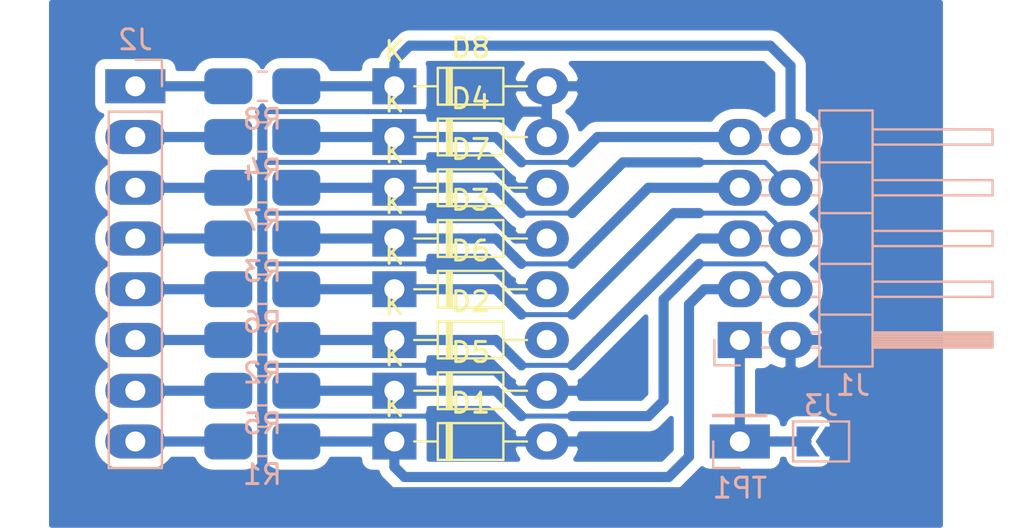
<source format=kicad_pcb>
(kicad_pcb (version 20171130) (host pcbnew "(5.1.9)-1")

  (general
    (thickness 1.6)
    (drawings 0)
    (tracks 110)
    (zones 0)
    (modules 20)
    (nets 19)
  )

  (page A4)
  (layers
    (0 F.Cu signal)
    (31 B.Cu signal)
    (32 B.Adhes user)
    (33 F.Adhes user)
    (34 B.Paste user)
    (35 F.Paste user)
    (36 B.SilkS user)
    (37 F.SilkS user)
    (38 B.Mask user)
    (39 F.Mask user)
    (40 Dwgs.User user)
    (41 Cmts.User user)
    (42 Eco1.User user)
    (43 Eco2.User user)
    (44 Edge.Cuts user)
    (45 Margin user)
    (46 B.CrtYd user)
    (47 F.CrtYd user)
    (48 B.Fab user)
    (49 F.Fab user)
  )

  (setup
    (last_trace_width 0.508)
    (user_trace_width 0.508)
    (trace_clearance 0.2)
    (zone_clearance 0.508)
    (zone_45_only no)
    (trace_min 0.2)
    (via_size 0.8)
    (via_drill 0.4)
    (via_min_size 0.4)
    (via_min_drill 0.3)
    (uvia_size 0.3)
    (uvia_drill 0.1)
    (uvias_allowed no)
    (uvia_min_size 0.2)
    (uvia_min_drill 0.1)
    (edge_width 0.1)
    (segment_width 0.2)
    (pcb_text_width 0.3)
    (pcb_text_size 1.5 1.5)
    (mod_edge_width 0.15)
    (mod_text_size 1 1)
    (mod_text_width 0.15)
    (pad_size 1.524 1.524)
    (pad_drill 0.762)
    (pad_to_mask_clearance 0)
    (aux_axis_origin 0 0)
    (visible_elements FFFFFF7F)
    (pcbplotparams
      (layerselection 0x010fc_ffffffff)
      (usegerberextensions false)
      (usegerberattributes true)
      (usegerberadvancedattributes true)
      (creategerberjobfile true)
      (excludeedgelayer true)
      (linewidth 0.100000)
      (plotframeref false)
      (viasonmask false)
      (mode 1)
      (useauxorigin false)
      (hpglpennumber 1)
      (hpglpenspeed 20)
      (hpglpendiameter 15.000000)
      (psnegative false)
      (psa4output false)
      (plotreference true)
      (plotvalue true)
      (plotinvisibletext false)
      (padsonsilk false)
      (subtractmaskfromsilk false)
      (outputformat 1)
      (mirror false)
      (drillshape 1)
      (scaleselection 1)
      (outputdirectory ""))
  )

  (net 0 "")
  (net 1 "Net-(D8-Pad1)")
  (net 2 "Net-(D1-Pad2)")
  (net 3 "Net-(J1-Pad1)")
  (net 4 "Net-(J2-Pad8)")
  (net 5 "Net-(J2-Pad7)")
  (net 6 "Net-(J2-Pad6)")
  (net 7 "Net-(J2-Pad5)")
  (net 8 "Net-(J2-Pad4)")
  (net 9 "Net-(J2-Pad3)")
  (net 10 "Net-(J2-Pad2)")
  (net 11 "Net-(J2-Pad1)")
  (net 12 "Net-(D1-Pad1)")
  (net 13 "Net-(D2-Pad1)")
  (net 14 "Net-(D3-Pad1)")
  (net 15 "Net-(D4-Pad1)")
  (net 16 "Net-(D5-Pad1)")
  (net 17 "Net-(D6-Pad1)")
  (net 18 "Net-(D7-Pad1)")

  (net_class Default "Toto je výchozí třída sítě."
    (clearance 0.2)
    (trace_width 0.25)
    (via_dia 0.8)
    (via_drill 0.4)
    (uvia_dia 0.3)
    (uvia_drill 0.1)
    (add_net "Net-(D1-Pad1)")
    (add_net "Net-(D1-Pad2)")
    (add_net "Net-(D2-Pad1)")
    (add_net "Net-(D3-Pad1)")
    (add_net "Net-(D4-Pad1)")
    (add_net "Net-(D5-Pad1)")
    (add_net "Net-(D6-Pad1)")
    (add_net "Net-(D7-Pad1)")
    (add_net "Net-(D8-Pad1)")
    (add_net "Net-(J1-Pad1)")
    (add_net "Net-(J2-Pad1)")
    (add_net "Net-(J2-Pad2)")
    (add_net "Net-(J2-Pad3)")
    (add_net "Net-(J2-Pad4)")
    (add_net "Net-(J2-Pad5)")
    (add_net "Net-(J2-Pad6)")
    (add_net "Net-(J2-Pad7)")
    (add_net "Net-(J2-Pad8)")
  )

  (module Jumper:SolderJumper-2_P1.3mm_Open_TrianglePad1.0x1.5mm (layer B.Cu) (tedit 5A64794F) (tstamp 6056F62E)
    (at 128.524 77.978 180)
    (descr "SMD Solder Jumper, 1x1.5mm Triangular Pads, 0.3mm gap, open")
    (tags "solder jumper open")
    (path /6058FD8E)
    (attr virtual)
    (fp_text reference J3 (at 0 1.8) (layer B.SilkS)
      (effects (font (size 1 1) (thickness 0.15)) (justify mirror))
    )
    (fp_text value Conn_01x02_Male (at 0 -1.9) (layer B.Fab)
      (effects (font (size 1 1) (thickness 0.15)) (justify mirror))
    )
    (fp_line (start -1.4 -1) (end -1.4 1) (layer B.SilkS) (width 0.12))
    (fp_line (start 1.4 -1) (end -1.4 -1) (layer B.SilkS) (width 0.12))
    (fp_line (start 1.4 1) (end 1.4 -1) (layer B.SilkS) (width 0.12))
    (fp_line (start -1.4 1) (end 1.4 1) (layer B.SilkS) (width 0.12))
    (fp_line (start -1.65 1.25) (end 1.65 1.25) (layer B.CrtYd) (width 0.05))
    (fp_line (start -1.65 1.25) (end -1.65 -1.25) (layer B.CrtYd) (width 0.05))
    (fp_line (start 1.65 -1.25) (end 1.65 1.25) (layer B.CrtYd) (width 0.05))
    (fp_line (start 1.65 -1.25) (end -1.65 -1.25) (layer B.CrtYd) (width 0.05))
    (pad 1 smd custom (at -0.725 0 180) (size 0.3 0.3) (layers B.Cu B.Mask)
      (net 2 "Net-(D1-Pad2)") (zone_connect 2)
      (options (clearance outline) (anchor rect))
      (primitives
        (gr_poly (pts
           (xy -0.5 0.75) (xy 0.5 0.75) (xy 1 0) (xy 0.5 -0.75) (xy -0.5 -0.75)
) (width 0))
      ))
    (pad 2 smd custom (at 0.725 0 180) (size 0.3 0.3) (layers B.Cu B.Mask)
      (net 3 "Net-(J1-Pad1)") (zone_connect 2)
      (options (clearance outline) (anchor rect))
      (primitives
        (gr_poly (pts
           (xy -0.65 0.75) (xy 0.5 0.75) (xy 0.5 -0.75) (xy -0.65 -0.75) (xy -0.15 0)
) (width 0))
      ))
  )

  (module AR_Library:AR_D_DO-34_SOD68_P7.62mm_Horizontal (layer F.Cu) (tedit 6056387F) (tstamp 6056CCB5)
    (at 107.188 60.198)
    (descr "Diode, DO-34_SOD68 series, Axial, Horizontal, pin pitch=7.62mm, , length*diameter=3.04*1.6mm^2, , https://www.nxp.com/docs/en/data-sheet/KTY83_SER.pdf")
    (tags "Diode DO-34_SOD68 series Axial Horizontal pin pitch 7.62mm  length 3.04mm diameter 1.6mm")
    (path /6057BC96)
    (fp_text reference D8 (at 3.81 -1.92) (layer F.SilkS)
      (effects (font (size 1 1) (thickness 0.15)))
    )
    (fp_text value 4,7V (at 3.81 1.92) (layer F.Fab)
      (effects (font (size 1 1) (thickness 0.15)))
    )
    (fp_text user K (at 0 -1.75) (layer F.SilkS)
      (effects (font (size 1 1) (thickness 0.15)))
    )
    (fp_text user K (at 0 -1.75) (layer F.Fab)
      (effects (font (size 1 1) (thickness 0.15)))
    )
    (fp_text user %R (at 4.038 0) (layer F.Fab)
      (effects (font (size 0.608 0.608) (thickness 0.0912)))
    )
    (fp_line (start 2.29 -0.8) (end 2.29 0.8) (layer F.Fab) (width 0.1))
    (fp_line (start 2.29 0.8) (end 5.33 0.8) (layer F.Fab) (width 0.1))
    (fp_line (start 5.33 0.8) (end 5.33 -0.8) (layer F.Fab) (width 0.1))
    (fp_line (start 5.33 -0.8) (end 2.29 -0.8) (layer F.Fab) (width 0.1))
    (fp_line (start 0 0) (end 2.29 0) (layer F.Fab) (width 0.1))
    (fp_line (start 7.62 0) (end 5.33 0) (layer F.Fab) (width 0.1))
    (fp_line (start 2.746 -0.8) (end 2.746 0.8) (layer F.Fab) (width 0.1))
    (fp_line (start 2.846 -0.8) (end 2.846 0.8) (layer F.Fab) (width 0.1))
    (fp_line (start 2.646 -0.8) (end 2.646 0.8) (layer F.Fab) (width 0.1))
    (fp_line (start 2.17 -0.92) (end 2.17 0.92) (layer F.SilkS) (width 0.12))
    (fp_line (start 2.17 0.92) (end 5.45 0.92) (layer F.SilkS) (width 0.12))
    (fp_line (start 5.45 0.92) (end 5.45 -0.92) (layer F.SilkS) (width 0.12))
    (fp_line (start 5.45 -0.92) (end 2.17 -0.92) (layer F.SilkS) (width 0.12))
    (fp_line (start 0.99 0) (end 2.17 0) (layer F.SilkS) (width 0.12))
    (fp_line (start 6.63 0) (end 5.45 0) (layer F.SilkS) (width 0.12))
    (fp_line (start 2.746 -0.92) (end 2.746 0.92) (layer F.SilkS) (width 0.12))
    (fp_line (start 2.866 -0.92) (end 2.866 0.92) (layer F.SilkS) (width 0.12))
    (fp_line (start 2.626 -0.92) (end 2.626 0.92) (layer F.SilkS) (width 0.12))
    (fp_line (start -1 -1.05) (end -1 1.05) (layer F.CrtYd) (width 0.05))
    (fp_line (start -1 1.05) (end 8.63 1.05) (layer F.CrtYd) (width 0.05))
    (fp_line (start 8.63 1.05) (end 8.63 -1.05) (layer F.CrtYd) (width 0.05))
    (fp_line (start 8.63 -1.05) (end -1 -1.05) (layer F.CrtYd) (width 0.05))
    (pad 2 thru_hole oval (at 7.62 0) (size 2.2 1.8) (drill 1) (layers *.Cu *.Mask)
      (net 2 "Net-(D1-Pad2)"))
    (pad 1 thru_hole rect (at 0 0) (size 2.2 1.8) (drill 1) (layers *.Cu *.Mask)
      (net 1 "Net-(D8-Pad1)"))
    (model ${KISYS3DMOD}/Diode_THT.3dshapes/D_DO-34_SOD68_P7.62mm_Horizontal.wrl
      (at (xyz 0 0 0))
      (scale (xyz 1 1 1))
      (rotate (xyz 0 0 0))
    )
  )

  (module AR_Library:AR_D_DO-34_SOD68_P7.62mm_Horizontal (layer F.Cu) (tedit 6056387F) (tstamp 6056CC96)
    (at 107.188 65.278)
    (descr "Diode, DO-34_SOD68 series, Axial, Horizontal, pin pitch=7.62mm, , length*diameter=3.04*1.6mm^2, , https://www.nxp.com/docs/en/data-sheet/KTY83_SER.pdf")
    (tags "Diode DO-34_SOD68 series Axial Horizontal pin pitch 7.62mm  length 3.04mm diameter 1.6mm")
    (path /6057AF2E)
    (fp_text reference D7 (at 3.81 -1.92) (layer F.SilkS)
      (effects (font (size 1 1) (thickness 0.15)))
    )
    (fp_text value 4,7V (at 3.81 1.92) (layer F.Fab)
      (effects (font (size 1 1) (thickness 0.15)))
    )
    (fp_text user K (at 0 -1.75) (layer F.SilkS)
      (effects (font (size 1 1) (thickness 0.15)))
    )
    (fp_text user K (at 0 -1.75) (layer F.Fab)
      (effects (font (size 1 1) (thickness 0.15)))
    )
    (fp_text user %R (at 4.038 0) (layer F.Fab)
      (effects (font (size 0.608 0.608) (thickness 0.0912)))
    )
    (fp_line (start 2.29 -0.8) (end 2.29 0.8) (layer F.Fab) (width 0.1))
    (fp_line (start 2.29 0.8) (end 5.33 0.8) (layer F.Fab) (width 0.1))
    (fp_line (start 5.33 0.8) (end 5.33 -0.8) (layer F.Fab) (width 0.1))
    (fp_line (start 5.33 -0.8) (end 2.29 -0.8) (layer F.Fab) (width 0.1))
    (fp_line (start 0 0) (end 2.29 0) (layer F.Fab) (width 0.1))
    (fp_line (start 7.62 0) (end 5.33 0) (layer F.Fab) (width 0.1))
    (fp_line (start 2.746 -0.8) (end 2.746 0.8) (layer F.Fab) (width 0.1))
    (fp_line (start 2.846 -0.8) (end 2.846 0.8) (layer F.Fab) (width 0.1))
    (fp_line (start 2.646 -0.8) (end 2.646 0.8) (layer F.Fab) (width 0.1))
    (fp_line (start 2.17 -0.92) (end 2.17 0.92) (layer F.SilkS) (width 0.12))
    (fp_line (start 2.17 0.92) (end 5.45 0.92) (layer F.SilkS) (width 0.12))
    (fp_line (start 5.45 0.92) (end 5.45 -0.92) (layer F.SilkS) (width 0.12))
    (fp_line (start 5.45 -0.92) (end 2.17 -0.92) (layer F.SilkS) (width 0.12))
    (fp_line (start 0.99 0) (end 2.17 0) (layer F.SilkS) (width 0.12))
    (fp_line (start 6.63 0) (end 5.45 0) (layer F.SilkS) (width 0.12))
    (fp_line (start 2.746 -0.92) (end 2.746 0.92) (layer F.SilkS) (width 0.12))
    (fp_line (start 2.866 -0.92) (end 2.866 0.92) (layer F.SilkS) (width 0.12))
    (fp_line (start 2.626 -0.92) (end 2.626 0.92) (layer F.SilkS) (width 0.12))
    (fp_line (start -1 -1.05) (end -1 1.05) (layer F.CrtYd) (width 0.05))
    (fp_line (start -1 1.05) (end 8.63 1.05) (layer F.CrtYd) (width 0.05))
    (fp_line (start 8.63 1.05) (end 8.63 -1.05) (layer F.CrtYd) (width 0.05))
    (fp_line (start 8.63 -1.05) (end -1 -1.05) (layer F.CrtYd) (width 0.05))
    (pad 2 thru_hole oval (at 7.62 0) (size 2.2 1.8) (drill 1) (layers *.Cu *.Mask)
      (net 2 "Net-(D1-Pad2)"))
    (pad 1 thru_hole rect (at 0 0) (size 2.2 1.8) (drill 1) (layers *.Cu *.Mask)
      (net 18 "Net-(D7-Pad1)"))
    (model ${KISYS3DMOD}/Diode_THT.3dshapes/D_DO-34_SOD68_P7.62mm_Horizontal.wrl
      (at (xyz 0 0 0))
      (scale (xyz 1 1 1))
      (rotate (xyz 0 0 0))
    )
  )

  (module AR_Library:AR_D_DO-34_SOD68_P7.62mm_Horizontal (layer F.Cu) (tedit 6056387F) (tstamp 6056CC77)
    (at 107.188 70.358)
    (descr "Diode, DO-34_SOD68 series, Axial, Horizontal, pin pitch=7.62mm, , length*diameter=3.04*1.6mm^2, , https://www.nxp.com/docs/en/data-sheet/KTY83_SER.pdf")
    (tags "Diode DO-34_SOD68 series Axial Horizontal pin pitch 7.62mm  length 3.04mm diameter 1.6mm")
    (path /6057A590)
    (fp_text reference D6 (at 3.81 -1.92) (layer F.SilkS)
      (effects (font (size 1 1) (thickness 0.15)))
    )
    (fp_text value 4,7V (at 3.81 1.92) (layer F.Fab)
      (effects (font (size 1 1) (thickness 0.15)))
    )
    (fp_text user K (at 0 -1.75) (layer F.SilkS)
      (effects (font (size 1 1) (thickness 0.15)))
    )
    (fp_text user K (at 0 -1.75) (layer F.Fab)
      (effects (font (size 1 1) (thickness 0.15)))
    )
    (fp_text user %R (at 4.038 0) (layer F.Fab)
      (effects (font (size 0.608 0.608) (thickness 0.0912)))
    )
    (fp_line (start 2.29 -0.8) (end 2.29 0.8) (layer F.Fab) (width 0.1))
    (fp_line (start 2.29 0.8) (end 5.33 0.8) (layer F.Fab) (width 0.1))
    (fp_line (start 5.33 0.8) (end 5.33 -0.8) (layer F.Fab) (width 0.1))
    (fp_line (start 5.33 -0.8) (end 2.29 -0.8) (layer F.Fab) (width 0.1))
    (fp_line (start 0 0) (end 2.29 0) (layer F.Fab) (width 0.1))
    (fp_line (start 7.62 0) (end 5.33 0) (layer F.Fab) (width 0.1))
    (fp_line (start 2.746 -0.8) (end 2.746 0.8) (layer F.Fab) (width 0.1))
    (fp_line (start 2.846 -0.8) (end 2.846 0.8) (layer F.Fab) (width 0.1))
    (fp_line (start 2.646 -0.8) (end 2.646 0.8) (layer F.Fab) (width 0.1))
    (fp_line (start 2.17 -0.92) (end 2.17 0.92) (layer F.SilkS) (width 0.12))
    (fp_line (start 2.17 0.92) (end 5.45 0.92) (layer F.SilkS) (width 0.12))
    (fp_line (start 5.45 0.92) (end 5.45 -0.92) (layer F.SilkS) (width 0.12))
    (fp_line (start 5.45 -0.92) (end 2.17 -0.92) (layer F.SilkS) (width 0.12))
    (fp_line (start 0.99 0) (end 2.17 0) (layer F.SilkS) (width 0.12))
    (fp_line (start 6.63 0) (end 5.45 0) (layer F.SilkS) (width 0.12))
    (fp_line (start 2.746 -0.92) (end 2.746 0.92) (layer F.SilkS) (width 0.12))
    (fp_line (start 2.866 -0.92) (end 2.866 0.92) (layer F.SilkS) (width 0.12))
    (fp_line (start 2.626 -0.92) (end 2.626 0.92) (layer F.SilkS) (width 0.12))
    (fp_line (start -1 -1.05) (end -1 1.05) (layer F.CrtYd) (width 0.05))
    (fp_line (start -1 1.05) (end 8.63 1.05) (layer F.CrtYd) (width 0.05))
    (fp_line (start 8.63 1.05) (end 8.63 -1.05) (layer F.CrtYd) (width 0.05))
    (fp_line (start 8.63 -1.05) (end -1 -1.05) (layer F.CrtYd) (width 0.05))
    (pad 2 thru_hole oval (at 7.62 0) (size 2.2 1.8) (drill 1) (layers *.Cu *.Mask)
      (net 2 "Net-(D1-Pad2)"))
    (pad 1 thru_hole rect (at 0 0) (size 2.2 1.8) (drill 1) (layers *.Cu *.Mask)
      (net 17 "Net-(D6-Pad1)"))
    (model ${KISYS3DMOD}/Diode_THT.3dshapes/D_DO-34_SOD68_P7.62mm_Horizontal.wrl
      (at (xyz 0 0 0))
      (scale (xyz 1 1 1))
      (rotate (xyz 0 0 0))
    )
  )

  (module AR_Library:AR_D_DO-34_SOD68_P7.62mm_Horizontal (layer F.Cu) (tedit 6056387F) (tstamp 6056CC58)
    (at 107.188 75.438)
    (descr "Diode, DO-34_SOD68 series, Axial, Horizontal, pin pitch=7.62mm, , length*diameter=3.04*1.6mm^2, , https://www.nxp.com/docs/en/data-sheet/KTY83_SER.pdf")
    (tags "Diode DO-34_SOD68 series Axial Horizontal pin pitch 7.62mm  length 3.04mm diameter 1.6mm")
    (path /6050E955)
    (fp_text reference D5 (at 3.81 -1.92) (layer F.SilkS)
      (effects (font (size 1 1) (thickness 0.15)))
    )
    (fp_text value 4,7V (at 3.81 1.92) (layer F.Fab)
      (effects (font (size 1 1) (thickness 0.15)))
    )
    (fp_text user K (at 0 -1.75) (layer F.SilkS)
      (effects (font (size 1 1) (thickness 0.15)))
    )
    (fp_text user K (at 0 -1.75) (layer F.Fab)
      (effects (font (size 1 1) (thickness 0.15)))
    )
    (fp_text user %R (at 4.038 0) (layer F.Fab)
      (effects (font (size 0.608 0.608) (thickness 0.0912)))
    )
    (fp_line (start 2.29 -0.8) (end 2.29 0.8) (layer F.Fab) (width 0.1))
    (fp_line (start 2.29 0.8) (end 5.33 0.8) (layer F.Fab) (width 0.1))
    (fp_line (start 5.33 0.8) (end 5.33 -0.8) (layer F.Fab) (width 0.1))
    (fp_line (start 5.33 -0.8) (end 2.29 -0.8) (layer F.Fab) (width 0.1))
    (fp_line (start 0 0) (end 2.29 0) (layer F.Fab) (width 0.1))
    (fp_line (start 7.62 0) (end 5.33 0) (layer F.Fab) (width 0.1))
    (fp_line (start 2.746 -0.8) (end 2.746 0.8) (layer F.Fab) (width 0.1))
    (fp_line (start 2.846 -0.8) (end 2.846 0.8) (layer F.Fab) (width 0.1))
    (fp_line (start 2.646 -0.8) (end 2.646 0.8) (layer F.Fab) (width 0.1))
    (fp_line (start 2.17 -0.92) (end 2.17 0.92) (layer F.SilkS) (width 0.12))
    (fp_line (start 2.17 0.92) (end 5.45 0.92) (layer F.SilkS) (width 0.12))
    (fp_line (start 5.45 0.92) (end 5.45 -0.92) (layer F.SilkS) (width 0.12))
    (fp_line (start 5.45 -0.92) (end 2.17 -0.92) (layer F.SilkS) (width 0.12))
    (fp_line (start 0.99 0) (end 2.17 0) (layer F.SilkS) (width 0.12))
    (fp_line (start 6.63 0) (end 5.45 0) (layer F.SilkS) (width 0.12))
    (fp_line (start 2.746 -0.92) (end 2.746 0.92) (layer F.SilkS) (width 0.12))
    (fp_line (start 2.866 -0.92) (end 2.866 0.92) (layer F.SilkS) (width 0.12))
    (fp_line (start 2.626 -0.92) (end 2.626 0.92) (layer F.SilkS) (width 0.12))
    (fp_line (start -1 -1.05) (end -1 1.05) (layer F.CrtYd) (width 0.05))
    (fp_line (start -1 1.05) (end 8.63 1.05) (layer F.CrtYd) (width 0.05))
    (fp_line (start 8.63 1.05) (end 8.63 -1.05) (layer F.CrtYd) (width 0.05))
    (fp_line (start 8.63 -1.05) (end -1 -1.05) (layer F.CrtYd) (width 0.05))
    (pad 2 thru_hole oval (at 7.62 0) (size 2.2 1.8) (drill 1) (layers *.Cu *.Mask)
      (net 2 "Net-(D1-Pad2)"))
    (pad 1 thru_hole rect (at 0 0) (size 2.2 1.8) (drill 1) (layers *.Cu *.Mask)
      (net 16 "Net-(D5-Pad1)"))
    (model ${KISYS3DMOD}/Diode_THT.3dshapes/D_DO-34_SOD68_P7.62mm_Horizontal.wrl
      (at (xyz 0 0 0))
      (scale (xyz 1 1 1))
      (rotate (xyz 0 0 0))
    )
  )

  (module AR_Library:AR_D_DO-34_SOD68_P7.62mm_Horizontal (layer F.Cu) (tedit 6056387F) (tstamp 6056CC39)
    (at 107.188 62.738)
    (descr "Diode, DO-34_SOD68 series, Axial, Horizontal, pin pitch=7.62mm, , length*diameter=3.04*1.6mm^2, , https://www.nxp.com/docs/en/data-sheet/KTY83_SER.pdf")
    (tags "Diode DO-34_SOD68 series Axial Horizontal pin pitch 7.62mm  length 3.04mm diameter 1.6mm")
    (path /6057E641)
    (fp_text reference D4 (at 3.81 -1.92) (layer F.SilkS)
      (effects (font (size 1 1) (thickness 0.15)))
    )
    (fp_text value 4,7V (at 3.81 1.92) (layer F.Fab)
      (effects (font (size 1 1) (thickness 0.15)))
    )
    (fp_text user K (at 0 -1.75) (layer F.SilkS)
      (effects (font (size 1 1) (thickness 0.15)))
    )
    (fp_text user K (at 0 -1.75) (layer F.Fab)
      (effects (font (size 1 1) (thickness 0.15)))
    )
    (fp_text user %R (at 4.038 0) (layer F.Fab)
      (effects (font (size 0.608 0.608) (thickness 0.0912)))
    )
    (fp_line (start 2.29 -0.8) (end 2.29 0.8) (layer F.Fab) (width 0.1))
    (fp_line (start 2.29 0.8) (end 5.33 0.8) (layer F.Fab) (width 0.1))
    (fp_line (start 5.33 0.8) (end 5.33 -0.8) (layer F.Fab) (width 0.1))
    (fp_line (start 5.33 -0.8) (end 2.29 -0.8) (layer F.Fab) (width 0.1))
    (fp_line (start 0 0) (end 2.29 0) (layer F.Fab) (width 0.1))
    (fp_line (start 7.62 0) (end 5.33 0) (layer F.Fab) (width 0.1))
    (fp_line (start 2.746 -0.8) (end 2.746 0.8) (layer F.Fab) (width 0.1))
    (fp_line (start 2.846 -0.8) (end 2.846 0.8) (layer F.Fab) (width 0.1))
    (fp_line (start 2.646 -0.8) (end 2.646 0.8) (layer F.Fab) (width 0.1))
    (fp_line (start 2.17 -0.92) (end 2.17 0.92) (layer F.SilkS) (width 0.12))
    (fp_line (start 2.17 0.92) (end 5.45 0.92) (layer F.SilkS) (width 0.12))
    (fp_line (start 5.45 0.92) (end 5.45 -0.92) (layer F.SilkS) (width 0.12))
    (fp_line (start 5.45 -0.92) (end 2.17 -0.92) (layer F.SilkS) (width 0.12))
    (fp_line (start 0.99 0) (end 2.17 0) (layer F.SilkS) (width 0.12))
    (fp_line (start 6.63 0) (end 5.45 0) (layer F.SilkS) (width 0.12))
    (fp_line (start 2.746 -0.92) (end 2.746 0.92) (layer F.SilkS) (width 0.12))
    (fp_line (start 2.866 -0.92) (end 2.866 0.92) (layer F.SilkS) (width 0.12))
    (fp_line (start 2.626 -0.92) (end 2.626 0.92) (layer F.SilkS) (width 0.12))
    (fp_line (start -1 -1.05) (end -1 1.05) (layer F.CrtYd) (width 0.05))
    (fp_line (start -1 1.05) (end 8.63 1.05) (layer F.CrtYd) (width 0.05))
    (fp_line (start 8.63 1.05) (end 8.63 -1.05) (layer F.CrtYd) (width 0.05))
    (fp_line (start 8.63 -1.05) (end -1 -1.05) (layer F.CrtYd) (width 0.05))
    (pad 2 thru_hole oval (at 7.62 0) (size 2.2 1.8) (drill 1) (layers *.Cu *.Mask)
      (net 2 "Net-(D1-Pad2)"))
    (pad 1 thru_hole rect (at 0 0) (size 2.2 1.8) (drill 1) (layers *.Cu *.Mask)
      (net 15 "Net-(D4-Pad1)"))
    (model ${KISYS3DMOD}/Diode_THT.3dshapes/D_DO-34_SOD68_P7.62mm_Horizontal.wrl
      (at (xyz 0 0 0))
      (scale (xyz 1 1 1))
      (rotate (xyz 0 0 0))
    )
  )

  (module AR_Library:AR_D_DO-34_SOD68_P7.62mm_Horizontal (layer F.Cu) (tedit 6056387F) (tstamp 6056CC1A)
    (at 107.188 67.818)
    (descr "Diode, DO-34_SOD68 series, Axial, Horizontal, pin pitch=7.62mm, , length*diameter=3.04*1.6mm^2, , https://www.nxp.com/docs/en/data-sheet/KTY83_SER.pdf")
    (tags "Diode DO-34_SOD68 series Axial Horizontal pin pitch 7.62mm  length 3.04mm diameter 1.6mm")
    (path /6057DBA8)
    (fp_text reference D3 (at 3.81 -1.92) (layer F.SilkS)
      (effects (font (size 1 1) (thickness 0.15)))
    )
    (fp_text value 4,7V (at 3.81 1.92) (layer F.Fab)
      (effects (font (size 1 1) (thickness 0.15)))
    )
    (fp_text user K (at 0 -1.75) (layer F.SilkS)
      (effects (font (size 1 1) (thickness 0.15)))
    )
    (fp_text user K (at 0 -1.75) (layer F.Fab)
      (effects (font (size 1 1) (thickness 0.15)))
    )
    (fp_text user %R (at 4.038 0) (layer F.Fab)
      (effects (font (size 0.608 0.608) (thickness 0.0912)))
    )
    (fp_line (start 2.29 -0.8) (end 2.29 0.8) (layer F.Fab) (width 0.1))
    (fp_line (start 2.29 0.8) (end 5.33 0.8) (layer F.Fab) (width 0.1))
    (fp_line (start 5.33 0.8) (end 5.33 -0.8) (layer F.Fab) (width 0.1))
    (fp_line (start 5.33 -0.8) (end 2.29 -0.8) (layer F.Fab) (width 0.1))
    (fp_line (start 0 0) (end 2.29 0) (layer F.Fab) (width 0.1))
    (fp_line (start 7.62 0) (end 5.33 0) (layer F.Fab) (width 0.1))
    (fp_line (start 2.746 -0.8) (end 2.746 0.8) (layer F.Fab) (width 0.1))
    (fp_line (start 2.846 -0.8) (end 2.846 0.8) (layer F.Fab) (width 0.1))
    (fp_line (start 2.646 -0.8) (end 2.646 0.8) (layer F.Fab) (width 0.1))
    (fp_line (start 2.17 -0.92) (end 2.17 0.92) (layer F.SilkS) (width 0.12))
    (fp_line (start 2.17 0.92) (end 5.45 0.92) (layer F.SilkS) (width 0.12))
    (fp_line (start 5.45 0.92) (end 5.45 -0.92) (layer F.SilkS) (width 0.12))
    (fp_line (start 5.45 -0.92) (end 2.17 -0.92) (layer F.SilkS) (width 0.12))
    (fp_line (start 0.99 0) (end 2.17 0) (layer F.SilkS) (width 0.12))
    (fp_line (start 6.63 0) (end 5.45 0) (layer F.SilkS) (width 0.12))
    (fp_line (start 2.746 -0.92) (end 2.746 0.92) (layer F.SilkS) (width 0.12))
    (fp_line (start 2.866 -0.92) (end 2.866 0.92) (layer F.SilkS) (width 0.12))
    (fp_line (start 2.626 -0.92) (end 2.626 0.92) (layer F.SilkS) (width 0.12))
    (fp_line (start -1 -1.05) (end -1 1.05) (layer F.CrtYd) (width 0.05))
    (fp_line (start -1 1.05) (end 8.63 1.05) (layer F.CrtYd) (width 0.05))
    (fp_line (start 8.63 1.05) (end 8.63 -1.05) (layer F.CrtYd) (width 0.05))
    (fp_line (start 8.63 -1.05) (end -1 -1.05) (layer F.CrtYd) (width 0.05))
    (pad 2 thru_hole oval (at 7.62 0) (size 2.2 1.8) (drill 1) (layers *.Cu *.Mask)
      (net 2 "Net-(D1-Pad2)"))
    (pad 1 thru_hole rect (at 0 0) (size 2.2 1.8) (drill 1) (layers *.Cu *.Mask)
      (net 14 "Net-(D3-Pad1)"))
    (model ${KISYS3DMOD}/Diode_THT.3dshapes/D_DO-34_SOD68_P7.62mm_Horizontal.wrl
      (at (xyz 0 0 0))
      (scale (xyz 1 1 1))
      (rotate (xyz 0 0 0))
    )
  )

  (module AR_Library:AR_D_DO-34_SOD68_P7.62mm_Horizontal (layer F.Cu) (tedit 6056387F) (tstamp 6056CBFB)
    (at 107.188 72.898)
    (descr "Diode, DO-34_SOD68 series, Axial, Horizontal, pin pitch=7.62mm, , length*diameter=3.04*1.6mm^2, , https://www.nxp.com/docs/en/data-sheet/KTY83_SER.pdf")
    (tags "Diode DO-34_SOD68 series Axial Horizontal pin pitch 7.62mm  length 3.04mm diameter 1.6mm")
    (path /6057CB1F)
    (fp_text reference D2 (at 3.81 -1.92) (layer F.SilkS)
      (effects (font (size 1 1) (thickness 0.15)))
    )
    (fp_text value 4,7V (at 3.81 1.92) (layer F.Fab)
      (effects (font (size 1 1) (thickness 0.15)))
    )
    (fp_text user K (at 0 -1.75) (layer F.SilkS)
      (effects (font (size 1 1) (thickness 0.15)))
    )
    (fp_text user K (at 0 -1.75) (layer F.Fab)
      (effects (font (size 1 1) (thickness 0.15)))
    )
    (fp_text user %R (at 4.038 0) (layer F.Fab)
      (effects (font (size 0.608 0.608) (thickness 0.0912)))
    )
    (fp_line (start 2.29 -0.8) (end 2.29 0.8) (layer F.Fab) (width 0.1))
    (fp_line (start 2.29 0.8) (end 5.33 0.8) (layer F.Fab) (width 0.1))
    (fp_line (start 5.33 0.8) (end 5.33 -0.8) (layer F.Fab) (width 0.1))
    (fp_line (start 5.33 -0.8) (end 2.29 -0.8) (layer F.Fab) (width 0.1))
    (fp_line (start 0 0) (end 2.29 0) (layer F.Fab) (width 0.1))
    (fp_line (start 7.62 0) (end 5.33 0) (layer F.Fab) (width 0.1))
    (fp_line (start 2.746 -0.8) (end 2.746 0.8) (layer F.Fab) (width 0.1))
    (fp_line (start 2.846 -0.8) (end 2.846 0.8) (layer F.Fab) (width 0.1))
    (fp_line (start 2.646 -0.8) (end 2.646 0.8) (layer F.Fab) (width 0.1))
    (fp_line (start 2.17 -0.92) (end 2.17 0.92) (layer F.SilkS) (width 0.12))
    (fp_line (start 2.17 0.92) (end 5.45 0.92) (layer F.SilkS) (width 0.12))
    (fp_line (start 5.45 0.92) (end 5.45 -0.92) (layer F.SilkS) (width 0.12))
    (fp_line (start 5.45 -0.92) (end 2.17 -0.92) (layer F.SilkS) (width 0.12))
    (fp_line (start 0.99 0) (end 2.17 0) (layer F.SilkS) (width 0.12))
    (fp_line (start 6.63 0) (end 5.45 0) (layer F.SilkS) (width 0.12))
    (fp_line (start 2.746 -0.92) (end 2.746 0.92) (layer F.SilkS) (width 0.12))
    (fp_line (start 2.866 -0.92) (end 2.866 0.92) (layer F.SilkS) (width 0.12))
    (fp_line (start 2.626 -0.92) (end 2.626 0.92) (layer F.SilkS) (width 0.12))
    (fp_line (start -1 -1.05) (end -1 1.05) (layer F.CrtYd) (width 0.05))
    (fp_line (start -1 1.05) (end 8.63 1.05) (layer F.CrtYd) (width 0.05))
    (fp_line (start 8.63 1.05) (end 8.63 -1.05) (layer F.CrtYd) (width 0.05))
    (fp_line (start 8.63 -1.05) (end -1 -1.05) (layer F.CrtYd) (width 0.05))
    (pad 2 thru_hole oval (at 7.62 0) (size 2.2 1.8) (drill 1) (layers *.Cu *.Mask)
      (net 2 "Net-(D1-Pad2)"))
    (pad 1 thru_hole rect (at 0 0) (size 2.2 1.8) (drill 1) (layers *.Cu *.Mask)
      (net 13 "Net-(D2-Pad1)"))
    (model ${KISYS3DMOD}/Diode_THT.3dshapes/D_DO-34_SOD68_P7.62mm_Horizontal.wrl
      (at (xyz 0 0 0))
      (scale (xyz 1 1 1))
      (rotate (xyz 0 0 0))
    )
  )

  (module AR_Library:AR_D_DO-34_SOD68_P7.62mm_Horizontal (layer F.Cu) (tedit 6056387F) (tstamp 6056CBDC)
    (at 107.188 77.978)
    (descr "Diode, DO-34_SOD68 series, Axial, Horizontal, pin pitch=7.62mm, , length*diameter=3.04*1.6mm^2, , https://www.nxp.com/docs/en/data-sheet/KTY83_SER.pdf")
    (tags "Diode DO-34_SOD68 series Axial Horizontal pin pitch 7.62mm  length 3.04mm diameter 1.6mm")
    (path /6057C642)
    (fp_text reference D1 (at 3.81 -1.92) (layer F.SilkS)
      (effects (font (size 1 1) (thickness 0.15)))
    )
    (fp_text value 4,7V (at 3.81 1.92) (layer F.Fab)
      (effects (font (size 1 1) (thickness 0.15)))
    )
    (fp_text user K (at 0 -1.75) (layer F.SilkS)
      (effects (font (size 1 1) (thickness 0.15)))
    )
    (fp_text user K (at 0 -1.75) (layer F.Fab)
      (effects (font (size 1 1) (thickness 0.15)))
    )
    (fp_text user %R (at 4.038 0) (layer F.Fab)
      (effects (font (size 0.608 0.608) (thickness 0.0912)))
    )
    (fp_line (start 2.29 -0.8) (end 2.29 0.8) (layer F.Fab) (width 0.1))
    (fp_line (start 2.29 0.8) (end 5.33 0.8) (layer F.Fab) (width 0.1))
    (fp_line (start 5.33 0.8) (end 5.33 -0.8) (layer F.Fab) (width 0.1))
    (fp_line (start 5.33 -0.8) (end 2.29 -0.8) (layer F.Fab) (width 0.1))
    (fp_line (start 0 0) (end 2.29 0) (layer F.Fab) (width 0.1))
    (fp_line (start 7.62 0) (end 5.33 0) (layer F.Fab) (width 0.1))
    (fp_line (start 2.746 -0.8) (end 2.746 0.8) (layer F.Fab) (width 0.1))
    (fp_line (start 2.846 -0.8) (end 2.846 0.8) (layer F.Fab) (width 0.1))
    (fp_line (start 2.646 -0.8) (end 2.646 0.8) (layer F.Fab) (width 0.1))
    (fp_line (start 2.17 -0.92) (end 2.17 0.92) (layer F.SilkS) (width 0.12))
    (fp_line (start 2.17 0.92) (end 5.45 0.92) (layer F.SilkS) (width 0.12))
    (fp_line (start 5.45 0.92) (end 5.45 -0.92) (layer F.SilkS) (width 0.12))
    (fp_line (start 5.45 -0.92) (end 2.17 -0.92) (layer F.SilkS) (width 0.12))
    (fp_line (start 0.99 0) (end 2.17 0) (layer F.SilkS) (width 0.12))
    (fp_line (start 6.63 0) (end 5.45 0) (layer F.SilkS) (width 0.12))
    (fp_line (start 2.746 -0.92) (end 2.746 0.92) (layer F.SilkS) (width 0.12))
    (fp_line (start 2.866 -0.92) (end 2.866 0.92) (layer F.SilkS) (width 0.12))
    (fp_line (start 2.626 -0.92) (end 2.626 0.92) (layer F.SilkS) (width 0.12))
    (fp_line (start -1 -1.05) (end -1 1.05) (layer F.CrtYd) (width 0.05))
    (fp_line (start -1 1.05) (end 8.63 1.05) (layer F.CrtYd) (width 0.05))
    (fp_line (start 8.63 1.05) (end 8.63 -1.05) (layer F.CrtYd) (width 0.05))
    (fp_line (start 8.63 -1.05) (end -1 -1.05) (layer F.CrtYd) (width 0.05))
    (pad 2 thru_hole oval (at 7.62 0) (size 2.2 1.8) (drill 1) (layers *.Cu *.Mask)
      (net 2 "Net-(D1-Pad2)"))
    (pad 1 thru_hole rect (at 0 0) (size 2.2 1.8) (drill 1) (layers *.Cu *.Mask)
      (net 12 "Net-(D1-Pad1)"))
    (model ${KISYS3DMOD}/Diode_THT.3dshapes/D_DO-34_SOD68_P7.62mm_Horizontal.wrl
      (at (xyz 0 0 0))
      (scale (xyz 1 1 1))
      (rotate (xyz 0 0 0))
    )
  )

  (module AR_Library:AR_PinHeader_1x01_P2.54mm_Vertical (layer B.Cu) (tedit 60192AC7) (tstamp 60563719)
    (at 124.46 77.978)
    (descr "Through hole straight pin header, 1x01, 2.54mm pitch, single row")
    (tags "Through hole pin header THT 1x01 2.54mm single row")
    (path /606BD50E)
    (fp_text reference TP1 (at 0 2.33) (layer B.SilkS)
      (effects (font (size 1 1) (thickness 0.15)) (justify mirror))
    )
    (fp_text value TestPoint (at 0 -2.33) (layer B.Fab)
      (effects (font (size 1 1) (thickness 0.15)) (justify mirror))
    )
    (fp_text user %R (at 0 0 -90) (layer B.Fab)
      (effects (font (size 1 1) (thickness 0.15)) (justify mirror))
    )
    (fp_line (start 1.8 1.8) (end -1.8 1.8) (layer B.CrtYd) (width 0.05))
    (fp_line (start 1.8 -1.8) (end 1.8 1.8) (layer B.CrtYd) (width 0.05))
    (fp_line (start -1.8 -1.8) (end 1.8 -1.8) (layer B.CrtYd) (width 0.05))
    (fp_line (start -1.8 1.8) (end -1.8 -1.8) (layer B.CrtYd) (width 0.05))
    (fp_line (start -1.33 1.33) (end 0 1.33) (layer B.SilkS) (width 0.12))
    (fp_line (start -1.33 0) (end -1.33 1.33) (layer B.SilkS) (width 0.12))
    (fp_line (start -1.33 -1.27) (end 1.33 -1.27) (layer B.SilkS) (width 0.12))
    (fp_line (start 1.33 -1.27) (end 1.33 -1.33) (layer B.SilkS) (width 0.12))
    (fp_line (start -1.33 -1.27) (end -1.33 -1.33) (layer B.SilkS) (width 0.12))
    (fp_line (start -1.33 -1.33) (end 1.33 -1.33) (layer B.SilkS) (width 0.12))
    (fp_line (start -1.27 0.635) (end -0.635 1.27) (layer B.Fab) (width 0.1))
    (fp_line (start -1.27 -1.27) (end -1.27 0.635) (layer B.Fab) (width 0.1))
    (fp_line (start 1.27 -1.27) (end -1.27 -1.27) (layer B.Fab) (width 0.1))
    (fp_line (start 1.27 1.27) (end 1.27 -1.27) (layer B.Fab) (width 0.1))
    (fp_line (start -0.635 1.27) (end 1.27 1.27) (layer B.Fab) (width 0.1))
    (pad 1 thru_hole rect (at 0 0) (size 3 1.7) (drill 1) (layers *.Cu *.Mask)
      (net 3 "Net-(J1-Pad1)"))
    (model ${KISYS3DMOD}/Connector_PinHeader_2.54mm.3dshapes/PinHeader_1x01_P2.54mm_Vertical.wrl
      (at (xyz 0 0 0))
      (scale (xyz 1 1 1))
      (rotate (xyz 0 0 0))
    )
  )

  (module AR_Library:AR_R_0805_2012Metric (layer B.Cu) (tedit 601926D9) (tstamp 60563704)
    (at 100.584 60.198)
    (descr "Resistor SMD 0805 (2012 Metric), square (rectangular) end terminal, IPC_7351 nominal, (Body size source: IPC-SM-782 page 72, https://www.pcb-3d.com/wordpress/wp-content/uploads/ipc-sm-782a_amendment_1_and_2.pdf), generated with kicad-footprint-generator")
    (tags resistor)
    (path /6057BC9C)
    (attr smd)
    (fp_text reference R8 (at 0 1.65) (layer B.SilkS)
      (effects (font (size 1 1) (thickness 0.15)) (justify mirror))
    )
    (fp_text value 10k (at 0 -1.65) (layer B.Fab)
      (effects (font (size 1 1) (thickness 0.15)) (justify mirror))
    )
    (fp_text user %R (at 0 0) (layer B.Fab)
      (effects (font (size 0.5 0.5) (thickness 0.08)) (justify mirror))
    )
    (fp_line (start 1.68 -0.95) (end -1.68 -0.95) (layer B.CrtYd) (width 0.05))
    (fp_line (start 1.68 0.95) (end 1.68 -0.95) (layer B.CrtYd) (width 0.05))
    (fp_line (start -1.68 0.95) (end 1.68 0.95) (layer B.CrtYd) (width 0.05))
    (fp_line (start -1.68 -0.95) (end -1.68 0.95) (layer B.CrtYd) (width 0.05))
    (fp_line (start -0.227064 -0.735) (end 0.227064 -0.735) (layer B.SilkS) (width 0.12))
    (fp_line (start -0.227064 0.735) (end 0.227064 0.735) (layer B.SilkS) (width 0.12))
    (fp_line (start 1 -0.625) (end -1 -0.625) (layer B.Fab) (width 0.1))
    (fp_line (start 1 0.625) (end 1 -0.625) (layer B.Fab) (width 0.1))
    (fp_line (start -1 0.625) (end 1 0.625) (layer B.Fab) (width 0.1))
    (fp_line (start -1 -0.625) (end -1 0.625) (layer B.Fab) (width 0.1))
    (pad 2 smd roundrect (at 1.7 0) (size 2.4 1.8) (layers B.Cu B.Paste B.Mask) (roundrect_rratio 0.244)
      (net 1 "Net-(D8-Pad1)"))
    (pad 1 smd roundrect (at -1.7 0) (size 2.4 1.8) (layers B.Cu B.Paste B.Mask) (roundrect_rratio 0.244)
      (net 11 "Net-(J2-Pad1)"))
    (model ${KISYS3DMOD}/Resistor_SMD.3dshapes/R_0805_2012Metric.wrl
      (at (xyz 0 0 0))
      (scale (xyz 1 1 1))
      (rotate (xyz 0 0 0))
    )
  )

  (module AR_Library:AR_R_0805_2012Metric (layer B.Cu) (tedit 601926D9) (tstamp 605636F3)
    (at 100.584 65.278)
    (descr "Resistor SMD 0805 (2012 Metric), square (rectangular) end terminal, IPC_7351 nominal, (Body size source: IPC-SM-782 page 72, https://www.pcb-3d.com/wordpress/wp-content/uploads/ipc-sm-782a_amendment_1_and_2.pdf), generated with kicad-footprint-generator")
    (tags resistor)
    (path /6057AF34)
    (attr smd)
    (fp_text reference R7 (at 0 1.65) (layer B.SilkS)
      (effects (font (size 1 1) (thickness 0.15)) (justify mirror))
    )
    (fp_text value 10k (at 0 -1.65) (layer B.Fab)
      (effects (font (size 1 1) (thickness 0.15)) (justify mirror))
    )
    (fp_text user %R (at 0 0) (layer B.Fab)
      (effects (font (size 0.5 0.5) (thickness 0.08)) (justify mirror))
    )
    (fp_line (start 1.68 -0.95) (end -1.68 -0.95) (layer B.CrtYd) (width 0.05))
    (fp_line (start 1.68 0.95) (end 1.68 -0.95) (layer B.CrtYd) (width 0.05))
    (fp_line (start -1.68 0.95) (end 1.68 0.95) (layer B.CrtYd) (width 0.05))
    (fp_line (start -1.68 -0.95) (end -1.68 0.95) (layer B.CrtYd) (width 0.05))
    (fp_line (start -0.227064 -0.735) (end 0.227064 -0.735) (layer B.SilkS) (width 0.12))
    (fp_line (start -0.227064 0.735) (end 0.227064 0.735) (layer B.SilkS) (width 0.12))
    (fp_line (start 1 -0.625) (end -1 -0.625) (layer B.Fab) (width 0.1))
    (fp_line (start 1 0.625) (end 1 -0.625) (layer B.Fab) (width 0.1))
    (fp_line (start -1 0.625) (end 1 0.625) (layer B.Fab) (width 0.1))
    (fp_line (start -1 -0.625) (end -1 0.625) (layer B.Fab) (width 0.1))
    (pad 2 smd roundrect (at 1.7 0) (size 2.4 1.8) (layers B.Cu B.Paste B.Mask) (roundrect_rratio 0.244)
      (net 18 "Net-(D7-Pad1)"))
    (pad 1 smd roundrect (at -1.7 0) (size 2.4 1.8) (layers B.Cu B.Paste B.Mask) (roundrect_rratio 0.244)
      (net 9 "Net-(J2-Pad3)"))
    (model ${KISYS3DMOD}/Resistor_SMD.3dshapes/R_0805_2012Metric.wrl
      (at (xyz 0 0 0))
      (scale (xyz 1 1 1))
      (rotate (xyz 0 0 0))
    )
  )

  (module AR_Library:AR_R_0805_2012Metric (layer B.Cu) (tedit 601926D9) (tstamp 605636E2)
    (at 100.584 70.358)
    (descr "Resistor SMD 0805 (2012 Metric), square (rectangular) end terminal, IPC_7351 nominal, (Body size source: IPC-SM-782 page 72, https://www.pcb-3d.com/wordpress/wp-content/uploads/ipc-sm-782a_amendment_1_and_2.pdf), generated with kicad-footprint-generator")
    (tags resistor)
    (path /6057A596)
    (attr smd)
    (fp_text reference R6 (at 0 1.65) (layer B.SilkS)
      (effects (font (size 1 1) (thickness 0.15)) (justify mirror))
    )
    (fp_text value 10k (at 0 -1.65) (layer B.Fab)
      (effects (font (size 1 1) (thickness 0.15)) (justify mirror))
    )
    (fp_text user %R (at 0 0) (layer B.Fab)
      (effects (font (size 0.5 0.5) (thickness 0.08)) (justify mirror))
    )
    (fp_line (start 1.68 -0.95) (end -1.68 -0.95) (layer B.CrtYd) (width 0.05))
    (fp_line (start 1.68 0.95) (end 1.68 -0.95) (layer B.CrtYd) (width 0.05))
    (fp_line (start -1.68 0.95) (end 1.68 0.95) (layer B.CrtYd) (width 0.05))
    (fp_line (start -1.68 -0.95) (end -1.68 0.95) (layer B.CrtYd) (width 0.05))
    (fp_line (start -0.227064 -0.735) (end 0.227064 -0.735) (layer B.SilkS) (width 0.12))
    (fp_line (start -0.227064 0.735) (end 0.227064 0.735) (layer B.SilkS) (width 0.12))
    (fp_line (start 1 -0.625) (end -1 -0.625) (layer B.Fab) (width 0.1))
    (fp_line (start 1 0.625) (end 1 -0.625) (layer B.Fab) (width 0.1))
    (fp_line (start -1 0.625) (end 1 0.625) (layer B.Fab) (width 0.1))
    (fp_line (start -1 -0.625) (end -1 0.625) (layer B.Fab) (width 0.1))
    (pad 2 smd roundrect (at 1.7 0) (size 2.4 1.8) (layers B.Cu B.Paste B.Mask) (roundrect_rratio 0.244)
      (net 17 "Net-(D6-Pad1)"))
    (pad 1 smd roundrect (at -1.7 0) (size 2.4 1.8) (layers B.Cu B.Paste B.Mask) (roundrect_rratio 0.244)
      (net 7 "Net-(J2-Pad5)"))
    (model ${KISYS3DMOD}/Resistor_SMD.3dshapes/R_0805_2012Metric.wrl
      (at (xyz 0 0 0))
      (scale (xyz 1 1 1))
      (rotate (xyz 0 0 0))
    )
  )

  (module AR_Library:AR_R_0805_2012Metric (layer B.Cu) (tedit 601926D9) (tstamp 605636D1)
    (at 100.584 75.438)
    (descr "Resistor SMD 0805 (2012 Metric), square (rectangular) end terminal, IPC_7351 nominal, (Body size source: IPC-SM-782 page 72, https://www.pcb-3d.com/wordpress/wp-content/uploads/ipc-sm-782a_amendment_1_and_2.pdf), generated with kicad-footprint-generator")
    (tags resistor)
    (path /6050F325)
    (attr smd)
    (fp_text reference R5 (at 0 1.65) (layer B.SilkS)
      (effects (font (size 1 1) (thickness 0.15)) (justify mirror))
    )
    (fp_text value 10k (at 0 -1.65) (layer B.Fab)
      (effects (font (size 1 1) (thickness 0.15)) (justify mirror))
    )
    (fp_text user %R (at 0 0) (layer B.Fab)
      (effects (font (size 0.5 0.5) (thickness 0.08)) (justify mirror))
    )
    (fp_line (start 1.68 -0.95) (end -1.68 -0.95) (layer B.CrtYd) (width 0.05))
    (fp_line (start 1.68 0.95) (end 1.68 -0.95) (layer B.CrtYd) (width 0.05))
    (fp_line (start -1.68 0.95) (end 1.68 0.95) (layer B.CrtYd) (width 0.05))
    (fp_line (start -1.68 -0.95) (end -1.68 0.95) (layer B.CrtYd) (width 0.05))
    (fp_line (start -0.227064 -0.735) (end 0.227064 -0.735) (layer B.SilkS) (width 0.12))
    (fp_line (start -0.227064 0.735) (end 0.227064 0.735) (layer B.SilkS) (width 0.12))
    (fp_line (start 1 -0.625) (end -1 -0.625) (layer B.Fab) (width 0.1))
    (fp_line (start 1 0.625) (end 1 -0.625) (layer B.Fab) (width 0.1))
    (fp_line (start -1 0.625) (end 1 0.625) (layer B.Fab) (width 0.1))
    (fp_line (start -1 -0.625) (end -1 0.625) (layer B.Fab) (width 0.1))
    (pad 2 smd roundrect (at 1.7 0) (size 2.4 1.8) (layers B.Cu B.Paste B.Mask) (roundrect_rratio 0.244)
      (net 16 "Net-(D5-Pad1)"))
    (pad 1 smd roundrect (at -1.7 0) (size 2.4 1.8) (layers B.Cu B.Paste B.Mask) (roundrect_rratio 0.244)
      (net 5 "Net-(J2-Pad7)"))
    (model ${KISYS3DMOD}/Resistor_SMD.3dshapes/R_0805_2012Metric.wrl
      (at (xyz 0 0 0))
      (scale (xyz 1 1 1))
      (rotate (xyz 0 0 0))
    )
  )

  (module AR_Library:AR_R_0805_2012Metric (layer B.Cu) (tedit 601926D9) (tstamp 605636C0)
    (at 100.584 62.738)
    (descr "Resistor SMD 0805 (2012 Metric), square (rectangular) end terminal, IPC_7351 nominal, (Body size source: IPC-SM-782 page 72, https://www.pcb-3d.com/wordpress/wp-content/uploads/ipc-sm-782a_amendment_1_and_2.pdf), generated with kicad-footprint-generator")
    (tags resistor)
    (path /6057E647)
    (attr smd)
    (fp_text reference R4 (at 0 1.65) (layer B.SilkS)
      (effects (font (size 1 1) (thickness 0.15)) (justify mirror))
    )
    (fp_text value 10k (at 0 -1.65) (layer B.Fab)
      (effects (font (size 1 1) (thickness 0.15)) (justify mirror))
    )
    (fp_text user %R (at 0 0) (layer B.Fab)
      (effects (font (size 0.5 0.5) (thickness 0.08)) (justify mirror))
    )
    (fp_line (start 1.68 -0.95) (end -1.68 -0.95) (layer B.CrtYd) (width 0.05))
    (fp_line (start 1.68 0.95) (end 1.68 -0.95) (layer B.CrtYd) (width 0.05))
    (fp_line (start -1.68 0.95) (end 1.68 0.95) (layer B.CrtYd) (width 0.05))
    (fp_line (start -1.68 -0.95) (end -1.68 0.95) (layer B.CrtYd) (width 0.05))
    (fp_line (start -0.227064 -0.735) (end 0.227064 -0.735) (layer B.SilkS) (width 0.12))
    (fp_line (start -0.227064 0.735) (end 0.227064 0.735) (layer B.SilkS) (width 0.12))
    (fp_line (start 1 -0.625) (end -1 -0.625) (layer B.Fab) (width 0.1))
    (fp_line (start 1 0.625) (end 1 -0.625) (layer B.Fab) (width 0.1))
    (fp_line (start -1 0.625) (end 1 0.625) (layer B.Fab) (width 0.1))
    (fp_line (start -1 -0.625) (end -1 0.625) (layer B.Fab) (width 0.1))
    (pad 2 smd roundrect (at 1.7 0) (size 2.4 1.8) (layers B.Cu B.Paste B.Mask) (roundrect_rratio 0.244)
      (net 15 "Net-(D4-Pad1)"))
    (pad 1 smd roundrect (at -1.7 0) (size 2.4 1.8) (layers B.Cu B.Paste B.Mask) (roundrect_rratio 0.244)
      (net 10 "Net-(J2-Pad2)"))
    (model ${KISYS3DMOD}/Resistor_SMD.3dshapes/R_0805_2012Metric.wrl
      (at (xyz 0 0 0))
      (scale (xyz 1 1 1))
      (rotate (xyz 0 0 0))
    )
  )

  (module AR_Library:AR_R_0805_2012Metric (layer B.Cu) (tedit 601926D9) (tstamp 605636AF)
    (at 100.584 67.818)
    (descr "Resistor SMD 0805 (2012 Metric), square (rectangular) end terminal, IPC_7351 nominal, (Body size source: IPC-SM-782 page 72, https://www.pcb-3d.com/wordpress/wp-content/uploads/ipc-sm-782a_amendment_1_and_2.pdf), generated with kicad-footprint-generator")
    (tags resistor)
    (path /6057DBAE)
    (attr smd)
    (fp_text reference R3 (at 0 1.65) (layer B.SilkS)
      (effects (font (size 1 1) (thickness 0.15)) (justify mirror))
    )
    (fp_text value 10k (at 0 -1.65) (layer B.Fab)
      (effects (font (size 1 1) (thickness 0.15)) (justify mirror))
    )
    (fp_text user %R (at 0 0) (layer B.Fab)
      (effects (font (size 0.5 0.5) (thickness 0.08)) (justify mirror))
    )
    (fp_line (start 1.68 -0.95) (end -1.68 -0.95) (layer B.CrtYd) (width 0.05))
    (fp_line (start 1.68 0.95) (end 1.68 -0.95) (layer B.CrtYd) (width 0.05))
    (fp_line (start -1.68 0.95) (end 1.68 0.95) (layer B.CrtYd) (width 0.05))
    (fp_line (start -1.68 -0.95) (end -1.68 0.95) (layer B.CrtYd) (width 0.05))
    (fp_line (start -0.227064 -0.735) (end 0.227064 -0.735) (layer B.SilkS) (width 0.12))
    (fp_line (start -0.227064 0.735) (end 0.227064 0.735) (layer B.SilkS) (width 0.12))
    (fp_line (start 1 -0.625) (end -1 -0.625) (layer B.Fab) (width 0.1))
    (fp_line (start 1 0.625) (end 1 -0.625) (layer B.Fab) (width 0.1))
    (fp_line (start -1 0.625) (end 1 0.625) (layer B.Fab) (width 0.1))
    (fp_line (start -1 -0.625) (end -1 0.625) (layer B.Fab) (width 0.1))
    (pad 2 smd roundrect (at 1.7 0) (size 2.4 1.8) (layers B.Cu B.Paste B.Mask) (roundrect_rratio 0.244)
      (net 14 "Net-(D3-Pad1)"))
    (pad 1 smd roundrect (at -1.7 0) (size 2.4 1.8) (layers B.Cu B.Paste B.Mask) (roundrect_rratio 0.244)
      (net 8 "Net-(J2-Pad4)"))
    (model ${KISYS3DMOD}/Resistor_SMD.3dshapes/R_0805_2012Metric.wrl
      (at (xyz 0 0 0))
      (scale (xyz 1 1 1))
      (rotate (xyz 0 0 0))
    )
  )

  (module AR_Library:AR_R_0805_2012Metric (layer B.Cu) (tedit 601926D9) (tstamp 6056369E)
    (at 100.584 72.898)
    (descr "Resistor SMD 0805 (2012 Metric), square (rectangular) end terminal, IPC_7351 nominal, (Body size source: IPC-SM-782 page 72, https://www.pcb-3d.com/wordpress/wp-content/uploads/ipc-sm-782a_amendment_1_and_2.pdf), generated with kicad-footprint-generator")
    (tags resistor)
    (path /6057CB25)
    (attr smd)
    (fp_text reference R2 (at 0 1.65) (layer B.SilkS)
      (effects (font (size 1 1) (thickness 0.15)) (justify mirror))
    )
    (fp_text value 10k (at 0 -1.65) (layer B.Fab)
      (effects (font (size 1 1) (thickness 0.15)) (justify mirror))
    )
    (fp_text user %R (at 0 0) (layer B.Fab)
      (effects (font (size 0.5 0.5) (thickness 0.08)) (justify mirror))
    )
    (fp_line (start 1.68 -0.95) (end -1.68 -0.95) (layer B.CrtYd) (width 0.05))
    (fp_line (start 1.68 0.95) (end 1.68 -0.95) (layer B.CrtYd) (width 0.05))
    (fp_line (start -1.68 0.95) (end 1.68 0.95) (layer B.CrtYd) (width 0.05))
    (fp_line (start -1.68 -0.95) (end -1.68 0.95) (layer B.CrtYd) (width 0.05))
    (fp_line (start -0.227064 -0.735) (end 0.227064 -0.735) (layer B.SilkS) (width 0.12))
    (fp_line (start -0.227064 0.735) (end 0.227064 0.735) (layer B.SilkS) (width 0.12))
    (fp_line (start 1 -0.625) (end -1 -0.625) (layer B.Fab) (width 0.1))
    (fp_line (start 1 0.625) (end 1 -0.625) (layer B.Fab) (width 0.1))
    (fp_line (start -1 0.625) (end 1 0.625) (layer B.Fab) (width 0.1))
    (fp_line (start -1 -0.625) (end -1 0.625) (layer B.Fab) (width 0.1))
    (pad 2 smd roundrect (at 1.7 0) (size 2.4 1.8) (layers B.Cu B.Paste B.Mask) (roundrect_rratio 0.244)
      (net 13 "Net-(D2-Pad1)"))
    (pad 1 smd roundrect (at -1.7 0) (size 2.4 1.8) (layers B.Cu B.Paste B.Mask) (roundrect_rratio 0.244)
      (net 6 "Net-(J2-Pad6)"))
    (model ${KISYS3DMOD}/Resistor_SMD.3dshapes/R_0805_2012Metric.wrl
      (at (xyz 0 0 0))
      (scale (xyz 1 1 1))
      (rotate (xyz 0 0 0))
    )
  )

  (module AR_Library:AR_R_0805_2012Metric (layer B.Cu) (tedit 601926D9) (tstamp 6056368D)
    (at 100.584 77.978)
    (descr "Resistor SMD 0805 (2012 Metric), square (rectangular) end terminal, IPC_7351 nominal, (Body size source: IPC-SM-782 page 72, https://www.pcb-3d.com/wordpress/wp-content/uploads/ipc-sm-782a_amendment_1_and_2.pdf), generated with kicad-footprint-generator")
    (tags resistor)
    (path /6057C648)
    (attr smd)
    (fp_text reference R1 (at 0 1.65) (layer B.SilkS)
      (effects (font (size 1 1) (thickness 0.15)) (justify mirror))
    )
    (fp_text value 10k (at 0 -1.65) (layer B.Fab)
      (effects (font (size 1 1) (thickness 0.15)) (justify mirror))
    )
    (fp_text user %R (at 0 0) (layer B.Fab)
      (effects (font (size 0.5 0.5) (thickness 0.08)) (justify mirror))
    )
    (fp_line (start 1.68 -0.95) (end -1.68 -0.95) (layer B.CrtYd) (width 0.05))
    (fp_line (start 1.68 0.95) (end 1.68 -0.95) (layer B.CrtYd) (width 0.05))
    (fp_line (start -1.68 0.95) (end 1.68 0.95) (layer B.CrtYd) (width 0.05))
    (fp_line (start -1.68 -0.95) (end -1.68 0.95) (layer B.CrtYd) (width 0.05))
    (fp_line (start -0.227064 -0.735) (end 0.227064 -0.735) (layer B.SilkS) (width 0.12))
    (fp_line (start -0.227064 0.735) (end 0.227064 0.735) (layer B.SilkS) (width 0.12))
    (fp_line (start 1 -0.625) (end -1 -0.625) (layer B.Fab) (width 0.1))
    (fp_line (start 1 0.625) (end 1 -0.625) (layer B.Fab) (width 0.1))
    (fp_line (start -1 0.625) (end 1 0.625) (layer B.Fab) (width 0.1))
    (fp_line (start -1 -0.625) (end -1 0.625) (layer B.Fab) (width 0.1))
    (pad 2 smd roundrect (at 1.7 0) (size 2.4 1.8) (layers B.Cu B.Paste B.Mask) (roundrect_rratio 0.244)
      (net 12 "Net-(D1-Pad1)"))
    (pad 1 smd roundrect (at -1.7 0) (size 2.4 1.8) (layers B.Cu B.Paste B.Mask) (roundrect_rratio 0.244)
      (net 4 "Net-(J2-Pad8)"))
    (model ${KISYS3DMOD}/Resistor_SMD.3dshapes/R_0805_2012Metric.wrl
      (at (xyz 0 0 0))
      (scale (xyz 1 1 1))
      (rotate (xyz 0 0 0))
    )
  )

  (module AR_Library:AR_PinHeader_1x08_P2.54mm_Vertical (layer B.Cu) (tedit 60191D37) (tstamp 6056367C)
    (at 94.234 60.198 180)
    (descr "Through hole straight pin header, 1x08, 2.54mm pitch, single row")
    (tags "Through hole pin header THT 1x08 2.54mm single row")
    (path /60567C11)
    (fp_text reference J2 (at 0 2.33) (layer B.SilkS)
      (effects (font (size 1 1) (thickness 0.15)) (justify mirror))
    )
    (fp_text value Conn_01x08_Male (at 0 -20.11) (layer B.Fab)
      (effects (font (size 1 1) (thickness 0.15)) (justify mirror))
    )
    (fp_text user %R (at 0 -8.89 270) (layer B.Fab)
      (effects (font (size 1 1) (thickness 0.15)) (justify mirror))
    )
    (fp_line (start 1.8 1.8) (end -1.8 1.8) (layer B.CrtYd) (width 0.05))
    (fp_line (start 1.8 -19.55) (end 1.8 1.8) (layer B.CrtYd) (width 0.05))
    (fp_line (start -1.8 -19.55) (end 1.8 -19.55) (layer B.CrtYd) (width 0.05))
    (fp_line (start -1.8 1.8) (end -1.8 -19.55) (layer B.CrtYd) (width 0.05))
    (fp_line (start -1.33 1.33) (end 0 1.33) (layer B.SilkS) (width 0.12))
    (fp_line (start -1.33 0) (end -1.33 1.33) (layer B.SilkS) (width 0.12))
    (fp_line (start -1.33 -1.27) (end 1.33 -1.27) (layer B.SilkS) (width 0.12))
    (fp_line (start 1.33 -1.27) (end 1.33 -19.11) (layer B.SilkS) (width 0.12))
    (fp_line (start -1.33 -1.27) (end -1.33 -19.11) (layer B.SilkS) (width 0.12))
    (fp_line (start -1.33 -19.11) (end 1.33 -19.11) (layer B.SilkS) (width 0.12))
    (fp_line (start -1.27 0.635) (end -0.635 1.27) (layer B.Fab) (width 0.1))
    (fp_line (start -1.27 -19.05) (end -1.27 0.635) (layer B.Fab) (width 0.1))
    (fp_line (start 1.27 -19.05) (end -1.27 -19.05) (layer B.Fab) (width 0.1))
    (fp_line (start 1.27 1.27) (end 1.27 -19.05) (layer B.Fab) (width 0.1))
    (fp_line (start -0.635 1.27) (end 1.27 1.27) (layer B.Fab) (width 0.1))
    (pad 8 thru_hole oval (at 0 -17.78 180) (size 3 1.7) (drill 1) (layers *.Cu *.Mask)
      (net 4 "Net-(J2-Pad8)"))
    (pad 7 thru_hole oval (at 0 -15.24 180) (size 3 1.7) (drill 1) (layers *.Cu *.Mask)
      (net 5 "Net-(J2-Pad7)"))
    (pad 6 thru_hole oval (at 0 -12.7 180) (size 3 1.7) (drill 1) (layers *.Cu *.Mask)
      (net 6 "Net-(J2-Pad6)"))
    (pad 5 thru_hole oval (at 0 -10.16 180) (size 3 1.7) (drill 1) (layers *.Cu *.Mask)
      (net 7 "Net-(J2-Pad5)"))
    (pad 4 thru_hole oval (at 0 -7.62 180) (size 3 1.7) (drill 1) (layers *.Cu *.Mask)
      (net 8 "Net-(J2-Pad4)"))
    (pad 3 thru_hole oval (at 0 -5.08 180) (size 3 1.7) (drill 1) (layers *.Cu *.Mask)
      (net 9 "Net-(J2-Pad3)"))
    (pad 2 thru_hole oval (at 0 -2.54 180) (size 3 1.7) (drill 1) (layers *.Cu *.Mask)
      (net 10 "Net-(J2-Pad2)"))
    (pad 1 thru_hole rect (at 0 0 180) (size 3 1.7) (drill 1) (layers *.Cu *.Mask)
      (net 11 "Net-(J2-Pad1)"))
    (model ${KISYS3DMOD}/Connector_PinHeader_2.54mm.3dshapes/PinHeader_1x08_P2.54mm_Vertical.wrl
      (at (xyz 0 0 0))
      (scale (xyz 1 1 1))
      (rotate (xyz 0 0 0))
    )
  )

  (module AR_Library:AR_PinHeader_2x05_P2.54mm_Horizontal_2 (layer B.Cu) (tedit 6056109A) (tstamp 60563660)
    (at 124.46 72.898)
    (descr "Through hole angled pin header, 2x05, 2.54mm pitch, 6mm pin length, double rows")
    (tags "Through hole angled pin header THT 2x05 2.54mm double row")
    (path /60510CB1)
    (fp_text reference J1 (at 5.655 2.27) (layer B.SilkS)
      (effects (font (size 1 1) (thickness 0.15)) (justify mirror))
    )
    (fp_text value Conn_02x05_Odd_Even (at 5.655 -12.43) (layer B.Fab)
      (effects (font (size 1 1) (thickness 0.15)) (justify mirror))
    )
    (fp_text user %R (at 5.31 -5.08 -90) (layer B.Fab)
      (effects (font (size 1 1) (thickness 0.15)) (justify mirror))
    )
    (fp_line (start 13.1 1.8) (end -1.8 1.8) (layer B.CrtYd) (width 0.05))
    (fp_line (start 13.1 -11.95) (end 13.1 1.8) (layer B.CrtYd) (width 0.05))
    (fp_line (start -1.8 -11.95) (end 13.1 -11.95) (layer B.CrtYd) (width 0.05))
    (fp_line (start -1.8 1.8) (end -1.8 -11.95) (layer B.CrtYd) (width 0.05))
    (fp_line (start -1.27 1.27) (end 0 1.27) (layer B.SilkS) (width 0.12))
    (fp_line (start -1.27 0) (end -1.27 1.27) (layer B.SilkS) (width 0.12))
    (fp_line (start 1.042929 -10.54) (end 1.497071 -10.54) (layer B.SilkS) (width 0.12))
    (fp_line (start 1.042929 -9.78) (end 1.497071 -9.78) (layer B.SilkS) (width 0.12))
    (fp_line (start 3.582929 -10.54) (end 3.98 -10.54) (layer B.SilkS) (width 0.12))
    (fp_line (start 3.582929 -9.78) (end 3.98 -9.78) (layer B.SilkS) (width 0.12))
    (fp_line (start 12.64 -10.54) (end 6.64 -10.54) (layer B.SilkS) (width 0.12))
    (fp_line (start 12.64 -9.78) (end 12.64 -10.54) (layer B.SilkS) (width 0.12))
    (fp_line (start 6.64 -9.78) (end 12.64 -9.78) (layer B.SilkS) (width 0.12))
    (fp_line (start 3.98 -8.89) (end 6.64 -8.89) (layer B.SilkS) (width 0.12))
    (fp_line (start 1.042929 -8) (end 1.497071 -8) (layer B.SilkS) (width 0.12))
    (fp_line (start 1.042929 -7.24) (end 1.497071 -7.24) (layer B.SilkS) (width 0.12))
    (fp_line (start 3.582929 -8) (end 3.98 -8) (layer B.SilkS) (width 0.12))
    (fp_line (start 3.582929 -7.24) (end 3.98 -7.24) (layer B.SilkS) (width 0.12))
    (fp_line (start 12.64 -8) (end 6.64 -8) (layer B.SilkS) (width 0.12))
    (fp_line (start 12.64 -7.24) (end 12.64 -8) (layer B.SilkS) (width 0.12))
    (fp_line (start 6.64 -7.24) (end 12.64 -7.24) (layer B.SilkS) (width 0.12))
    (fp_line (start 3.98 -6.35) (end 6.64 -6.35) (layer B.SilkS) (width 0.12))
    (fp_line (start 1.042929 -5.46) (end 1.497071 -5.46) (layer B.SilkS) (width 0.12))
    (fp_line (start 1.042929 -4.7) (end 1.497071 -4.7) (layer B.SilkS) (width 0.12))
    (fp_line (start 3.582929 -5.46) (end 3.98 -5.46) (layer B.SilkS) (width 0.12))
    (fp_line (start 3.582929 -4.7) (end 3.98 -4.7) (layer B.SilkS) (width 0.12))
    (fp_line (start 12.64 -5.46) (end 6.64 -5.46) (layer B.SilkS) (width 0.12))
    (fp_line (start 12.64 -4.7) (end 12.64 -5.46) (layer B.SilkS) (width 0.12))
    (fp_line (start 6.64 -4.7) (end 12.64 -4.7) (layer B.SilkS) (width 0.12))
    (fp_line (start 3.98 -3.81) (end 6.64 -3.81) (layer B.SilkS) (width 0.12))
    (fp_line (start 1.042929 -2.92) (end 1.497071 -2.92) (layer B.SilkS) (width 0.12))
    (fp_line (start 1.042929 -2.16) (end 1.497071 -2.16) (layer B.SilkS) (width 0.12))
    (fp_line (start 3.582929 -2.92) (end 3.98 -2.92) (layer B.SilkS) (width 0.12))
    (fp_line (start 3.582929 -2.16) (end 3.98 -2.16) (layer B.SilkS) (width 0.12))
    (fp_line (start 12.64 -2.92) (end 6.64 -2.92) (layer B.SilkS) (width 0.12))
    (fp_line (start 12.64 -2.16) (end 12.64 -2.92) (layer B.SilkS) (width 0.12))
    (fp_line (start 6.64 -2.16) (end 12.64 -2.16) (layer B.SilkS) (width 0.12))
    (fp_line (start 3.98 -1.27) (end 6.64 -1.27) (layer B.SilkS) (width 0.12))
    (fp_line (start 1.11 -0.38) (end 1.497071 -0.38) (layer B.SilkS) (width 0.12))
    (fp_line (start 1.11 0.38) (end 1.497071 0.38) (layer B.SilkS) (width 0.12))
    (fp_line (start 3.582929 -0.38) (end 3.98 -0.38) (layer B.SilkS) (width 0.12))
    (fp_line (start 3.582929 0.38) (end 3.98 0.38) (layer B.SilkS) (width 0.12))
    (fp_line (start 6.64 -0.28) (end 12.64 -0.28) (layer B.SilkS) (width 0.12))
    (fp_line (start 6.64 -0.16) (end 12.64 -0.16) (layer B.SilkS) (width 0.12))
    (fp_line (start 6.64 -0.04) (end 12.64 -0.04) (layer B.SilkS) (width 0.12))
    (fp_line (start 6.64 0.08) (end 12.64 0.08) (layer B.SilkS) (width 0.12))
    (fp_line (start 6.64 0.2) (end 12.64 0.2) (layer B.SilkS) (width 0.12))
    (fp_line (start 6.64 0.32) (end 12.64 0.32) (layer B.SilkS) (width 0.12))
    (fp_line (start 12.64 -0.38) (end 6.64 -0.38) (layer B.SilkS) (width 0.12))
    (fp_line (start 12.64 0.38) (end 12.64 -0.38) (layer B.SilkS) (width 0.12))
    (fp_line (start 6.64 0.38) (end 12.64 0.38) (layer B.SilkS) (width 0.12))
    (fp_line (start 6.64 1.33) (end 3.98 1.33) (layer B.SilkS) (width 0.12))
    (fp_line (start 6.64 -11.49) (end 6.64 1.33) (layer B.SilkS) (width 0.12))
    (fp_line (start 3.98 -11.49) (end 6.64 -11.49) (layer B.SilkS) (width 0.12))
    (fp_line (start 3.98 1.33) (end 3.98 -11.49) (layer B.SilkS) (width 0.12))
    (fp_line (start 6.58 -10.48) (end 12.58 -10.48) (layer B.Fab) (width 0.1))
    (fp_line (start 12.58 -9.84) (end 12.58 -10.48) (layer B.Fab) (width 0.1))
    (fp_line (start 6.58 -9.84) (end 12.58 -9.84) (layer B.Fab) (width 0.1))
    (fp_line (start -0.32 -10.48) (end 4.04 -10.48) (layer B.Fab) (width 0.1))
    (fp_line (start -0.32 -9.84) (end -0.32 -10.48) (layer B.Fab) (width 0.1))
    (fp_line (start -0.32 -9.84) (end 4.04 -9.84) (layer B.Fab) (width 0.1))
    (fp_line (start 6.58 -7.94) (end 12.58 -7.94) (layer B.Fab) (width 0.1))
    (fp_line (start 12.58 -7.3) (end 12.58 -7.94) (layer B.Fab) (width 0.1))
    (fp_line (start 6.58 -7.3) (end 12.58 -7.3) (layer B.Fab) (width 0.1))
    (fp_line (start -0.32 -7.94) (end 4.04 -7.94) (layer B.Fab) (width 0.1))
    (fp_line (start -0.32 -7.3) (end -0.32 -7.94) (layer B.Fab) (width 0.1))
    (fp_line (start -0.32 -7.3) (end 4.04 -7.3) (layer B.Fab) (width 0.1))
    (fp_line (start 6.58 -5.4) (end 12.58 -5.4) (layer B.Fab) (width 0.1))
    (fp_line (start 12.58 -4.76) (end 12.58 -5.4) (layer B.Fab) (width 0.1))
    (fp_line (start 6.58 -4.76) (end 12.58 -4.76) (layer B.Fab) (width 0.1))
    (fp_line (start -0.32 -5.4) (end 4.04 -5.4) (layer B.Fab) (width 0.1))
    (fp_line (start -0.32 -4.76) (end -0.32 -5.4) (layer B.Fab) (width 0.1))
    (fp_line (start -0.32 -4.76) (end 4.04 -4.76) (layer B.Fab) (width 0.1))
    (fp_line (start 6.58 -2.86) (end 12.58 -2.86) (layer B.Fab) (width 0.1))
    (fp_line (start 12.58 -2.22) (end 12.58 -2.86) (layer B.Fab) (width 0.1))
    (fp_line (start 6.58 -2.22) (end 12.58 -2.22) (layer B.Fab) (width 0.1))
    (fp_line (start -0.32 -2.86) (end 4.04 -2.86) (layer B.Fab) (width 0.1))
    (fp_line (start -0.32 -2.22) (end -0.32 -2.86) (layer B.Fab) (width 0.1))
    (fp_line (start -0.32 -2.22) (end 4.04 -2.22) (layer B.Fab) (width 0.1))
    (fp_line (start 6.58 -0.32) (end 12.58 -0.32) (layer B.Fab) (width 0.1))
    (fp_line (start 12.58 0.32) (end 12.58 -0.32) (layer B.Fab) (width 0.1))
    (fp_line (start 6.58 0.32) (end 12.58 0.32) (layer B.Fab) (width 0.1))
    (fp_line (start -0.32 -0.32) (end 4.04 -0.32) (layer B.Fab) (width 0.1))
    (fp_line (start -0.32 0.32) (end -0.32 -0.32) (layer B.Fab) (width 0.1))
    (fp_line (start -0.32 0.32) (end 4.04 0.32) (layer B.Fab) (width 0.1))
    (fp_line (start 4.04 0.635) (end 4.675 1.27) (layer B.Fab) (width 0.1))
    (fp_line (start 4.04 -11.43) (end 4.04 0.635) (layer B.Fab) (width 0.1))
    (fp_line (start 6.58 -11.43) (end 4.04 -11.43) (layer B.Fab) (width 0.1))
    (fp_line (start 6.58 1.27) (end 6.58 -11.43) (layer B.Fab) (width 0.1))
    (fp_line (start 4.675 1.27) (end 6.58 1.27) (layer B.Fab) (width 0.1))
    (pad 10 thru_hole oval (at 2.54 -10.16) (size 2.2 1.8) (drill 1) (layers *.Cu *.Mask)
      (net 1 "Net-(D8-Pad1)"))
    (pad 9 thru_hole oval (at 2.54 -7.62) (size 2.2 1.8) (drill 1) (layers *.Cu *.Mask)
      (net 18 "Net-(D7-Pad1)"))
    (pad 8 thru_hole oval (at 2.54 -5.08) (size 2.2 1.8) (drill 1) (layers *.Cu *.Mask)
      (net 17 "Net-(D6-Pad1)"))
    (pad 7 thru_hole oval (at 2.54 -2.54) (size 2.2 1.8) (drill 1) (layers *.Cu *.Mask)
      (net 16 "Net-(D5-Pad1)"))
    (pad 6 thru_hole oval (at 2.54 0) (size 2.2 1.8) (drill 1) (layers *.Cu *.Mask)
      (net 2 "Net-(D1-Pad2)"))
    (pad 5 thru_hole oval (at 0 -10.16) (size 2.2 1.8) (drill 1) (layers *.Cu *.Mask)
      (net 15 "Net-(D4-Pad1)"))
    (pad 4 thru_hole oval (at 0 -7.62) (size 2.2 1.8) (drill 1) (layers *.Cu *.Mask)
      (net 14 "Net-(D3-Pad1)"))
    (pad 3 thru_hole oval (at 0 -5.08) (size 2.2 1.8) (drill 1) (layers *.Cu *.Mask)
      (net 13 "Net-(D2-Pad1)"))
    (pad 2 thru_hole oval (at 0 -2.54) (size 2.2 1.8) (drill 1) (layers *.Cu *.Mask)
      (net 12 "Net-(D1-Pad1)"))
    (pad 1 thru_hole rect (at 0 0) (size 2.2 1.8) (drill 1) (layers *.Cu *.Mask)
      (net 3 "Net-(J1-Pad1)"))
    (model ${KISYS3DMOD}/Connector_PinHeader_2.54mm.3dshapes/PinHeader_2x05_P2.54mm_Horizontal.wrl
      (at (xyz 0 0 0))
      (scale (xyz 1 1 1))
      (rotate (xyz 0 0 0))
    )
  )

  (segment (start 107.188 60.198) (end 102.284 60.198) (width 0.508) (layer B.Cu) (net 1))
  (segment (start 107.188 60.198) (end 107.188 58.928) (width 0.508) (layer B.Cu) (net 1))
  (segment (start 107.188 58.928) (end 107.95 58.166) (width 0.508) (layer B.Cu) (net 1))
  (segment (start 107.95 58.166) (end 125.984 58.166) (width 0.508) (layer B.Cu) (net 1))
  (segment (start 125.984 58.166) (end 127 59.182) (width 0.508) (layer B.Cu) (net 1))
  (segment (start 127 59.182) (end 127 62.738) (width 0.508) (layer B.Cu) (net 1))
  (segment (start 112.268 61.468) (end 105.872998 61.468) (width 0.25) (layer B.Cu) (net 2))
  (segment (start 105.872998 61.468) (end 100.584 61.468) (width 0.25) (layer B.Cu) (net 2))
  (segment (start 112.268 61.468) (end 108.966 61.468) (width 0.508) (layer B.Cu) (net 2))
  (segment (start 113.269276 65.278) (end 111.999276 64.008) (width 0.508) (layer B.Cu) (net 2))
  (segment (start 114.808 65.278) (end 113.269276 65.278) (width 0.508) (layer B.Cu) (net 2))
  (segment (start 111.999276 64.008) (end 108.966 64.008) (width 0.508) (layer B.Cu) (net 2))
  (segment (start 113.269276 67.818) (end 111.999276 66.548) (width 0.508) (layer B.Cu) (net 2))
  (segment (start 114.808 67.818) (end 113.269276 67.818) (width 0.508) (layer B.Cu) (net 2))
  (segment (start 111.999276 66.548) (end 108.966 66.548) (width 0.508) (layer B.Cu) (net 2))
  (segment (start 113.269276 70.358) (end 111.999276 69.088) (width 0.508) (layer B.Cu) (net 2))
  (segment (start 114.808 70.358) (end 113.269276 70.358) (width 0.508) (layer B.Cu) (net 2))
  (segment (start 111.999276 69.088) (end 108.966 69.088) (width 0.508) (layer B.Cu) (net 2))
  (segment (start 113.269276 75.438) (end 111.999276 74.168) (width 0.508) (layer B.Cu) (net 2))
  (segment (start 114.808 75.438) (end 113.269276 75.438) (width 0.508) (layer B.Cu) (net 2))
  (segment (start 111.999276 74.168) (end 108.966 74.168) (width 0.508) (layer B.Cu) (net 2))
  (segment (start 114.808 77.978) (end 110.236 77.978) (width 0.508) (layer B.Cu) (net 2))
  (segment (start 110.236 77.978) (end 108.966 76.708) (width 0.508) (layer B.Cu) (net 2))
  (segment (start 108.966 64.008) (end 100.584 64.008) (width 0.25) (layer B.Cu) (net 2))
  (segment (start 100.584 61.468) (end 100.584 64.008) (width 0.508) (layer B.Cu) (net 2))
  (segment (start 108.966 66.548) (end 100.584 66.548) (width 0.25) (layer B.Cu) (net 2))
  (segment (start 100.584 64.008) (end 100.584 66.548) (width 0.508) (layer B.Cu) (net 2))
  (segment (start 108.966 69.088) (end 100.584 69.088) (width 0.25) (layer B.Cu) (net 2))
  (segment (start 100.584 66.548) (end 100.584 69.088) (width 0.508) (layer B.Cu) (net 2))
  (segment (start 108.966 76.708) (end 100.584 76.708) (width 0.25) (layer B.Cu) (net 2))
  (segment (start 108.966 74.168) (end 100.584 74.168) (width 0.25) (layer B.Cu) (net 2))
  (segment (start 100.584 74.168) (end 100.584 76.708) (width 0.508) (layer B.Cu) (net 2))
  (segment (start 100.584 69.088) (end 100.584 74.168) (width 0.508) (layer B.Cu) (net 2))
  (segment (start 114.554 61.468) (end 114.808 61.722) (width 0.508) (layer B.Cu) (net 2))
  (segment (start 112.268 61.468) (end 114.554 61.468) (width 0.508) (layer B.Cu) (net 2))
  (segment (start 114.808 61.722) (end 114.808 60.198) (width 0.508) (layer B.Cu) (net 2))
  (segment (start 114.808 62.738) (end 114.808 61.722) (width 0.508) (layer B.Cu) (net 2))
  (segment (start 129.249 80.047) (end 129.249 77.978) (width 0.508) (layer B.Cu) (net 2))
  (segment (start 128.778 80.518) (end 129.249 80.047) (width 0.508) (layer B.Cu) (net 2))
  (segment (start 101.854 80.518) (end 128.778 80.518) (width 0.508) (layer B.Cu) (net 2))
  (segment (start 100.584 79.248) (end 101.854 80.518) (width 0.508) (layer B.Cu) (net 2))
  (segment (start 100.584 76.708) (end 100.584 79.248) (width 0.508) (layer B.Cu) (net 2))
  (segment (start 129.249 77.978) (end 129.249 73.369) (width 0.508) (layer B.Cu) (net 2))
  (segment (start 128.778 72.898) (end 127 72.898) (width 0.508) (layer B.Cu) (net 2))
  (segment (start 129.249 73.369) (end 128.778 72.898) (width 0.508) (layer B.Cu) (net 2))
  (segment (start 124.46 72.898) (end 124.46 77.978) (width 0.508) (layer B.Cu) (net 3))
  (segment (start 124.46 77.978) (end 126.29199 77.978) (width 0.508) (layer B.Cu) (net 3))
  (segment (start 126.29199 77.978) (end 127.79499 77.978) (width 0.508) (layer B.Cu) (net 3))
  (segment (start 98.884 77.978) (end 94.234 77.978) (width 0.508) (layer B.Cu) (net 4))
  (segment (start 94.234 75.438) (end 98.884 75.438) (width 0.508) (layer B.Cu) (net 5))
  (segment (start 98.884 72.898) (end 94.234 72.898) (width 0.508) (layer B.Cu) (net 6))
  (segment (start 94.234 70.358) (end 98.884 70.358) (width 0.508) (layer B.Cu) (net 7))
  (segment (start 98.884 67.818) (end 94.234 67.818) (width 0.508) (layer B.Cu) (net 8))
  (segment (start 94.234 65.278) (end 98.884 65.278) (width 0.508) (layer B.Cu) (net 9))
  (segment (start 98.884 62.738) (end 94.234 62.738) (width 0.508) (layer B.Cu) (net 10))
  (segment (start 94.234 60.198) (end 98.884 60.198) (width 0.508) (layer B.Cu) (net 11))
  (segment (start 107.188 77.978) (end 102.284 77.978) (width 0.508) (layer B.Cu) (net 12))
  (segment (start 107.188 77.978) (end 107.188 79.248) (width 0.508) (layer B.Cu) (net 12))
  (segment (start 107.188 79.248) (end 107.696 79.756) (width 0.508) (layer B.Cu) (net 12))
  (segment (start 107.696 79.756) (end 120.904 79.756) (width 0.508) (layer B.Cu) (net 12))
  (segment (start 120.904 79.756) (end 121.92 78.74) (width 0.508) (layer B.Cu) (net 12))
  (segment (start 121.92 78.74) (end 121.92 71.12) (width 0.508) (layer B.Cu) (net 12))
  (segment (start 122.682 70.358) (end 124.46 70.358) (width 0.508) (layer B.Cu) (net 12))
  (segment (start 121.92 71.12) (end 122.682 70.358) (width 0.508) (layer B.Cu) (net 12))
  (segment (start 107.188 72.898) (end 102.284 72.898) (width 0.508) (layer B.Cu) (net 13))
  (segment (start 107.188 72.898) (end 112.268 72.898) (width 0.508) (layer B.Cu) (net 13))
  (segment (start 112.268 72.898) (end 113.538 74.168) (width 0.508) (layer B.Cu) (net 13))
  (segment (start 113.538 74.168) (end 116.078 74.168) (width 0.25) (layer B.Cu) (net 13))
  (segment (start 116.078 74.168) (end 122.428 67.818) (width 0.508) (layer B.Cu) (net 13))
  (segment (start 122.428 67.818) (end 124.46 67.818) (width 0.508) (layer B.Cu) (net 13))
  (segment (start 107.188 67.818) (end 102.284 67.818) (width 0.508) (layer B.Cu) (net 14))
  (segment (start 107.188 67.818) (end 112.268 67.818) (width 0.508) (layer B.Cu) (net 14))
  (segment (start 112.268 67.818) (end 113.538 69.088) (width 0.508) (layer B.Cu) (net 14))
  (segment (start 113.538 69.088) (end 116.078 69.088) (width 0.25) (layer B.Cu) (net 14))
  (segment (start 116.078 69.088) (end 119.888 65.278) (width 0.508) (layer B.Cu) (net 14))
  (segment (start 119.888 65.278) (end 124.46 65.278) (width 0.508) (layer B.Cu) (net 14))
  (segment (start 107.188 62.738) (end 102.284 62.738) (width 0.508) (layer B.Cu) (net 15))
  (segment (start 107.188 62.738) (end 112.268 62.738) (width 0.508) (layer B.Cu) (net 15))
  (segment (start 112.268 62.738) (end 113.538 64.008) (width 0.508) (layer B.Cu) (net 15))
  (segment (start 113.538 64.008) (end 116.078 64.008) (width 0.25) (layer B.Cu) (net 15))
  (segment (start 116.078 64.008) (end 117.348 62.738) (width 0.508) (layer B.Cu) (net 15))
  (segment (start 117.348 62.738) (end 124.46 62.738) (width 0.508) (layer B.Cu) (net 15))
  (segment (start 102.284 75.438) (end 107.188 75.438) (width 0.508) (layer B.Cu) (net 16))
  (segment (start 107.188 75.438) (end 112.268 75.438) (width 0.508) (layer B.Cu) (net 16))
  (segment (start 112.268 75.438) (end 113.538 76.708) (width 0.508) (layer B.Cu) (net 16))
  (segment (start 113.538 76.708) (end 116.078 76.708) (width 0.25) (layer B.Cu) (net 16))
  (segment (start 116.078 76.708) (end 119.888 76.708) (width 0.508) (layer B.Cu) (net 16))
  (segment (start 119.888 76.708) (end 120.65 75.946) (width 0.508) (layer B.Cu) (net 16))
  (segment (start 120.65 75.946) (end 120.65 70.866) (width 0.508) (layer B.Cu) (net 16))
  (segment (start 120.65 70.866) (end 122.428 69.088) (width 0.508) (layer B.Cu) (net 16))
  (segment (start 125.73 69.088) (end 127 70.358) (width 0.25) (layer B.Cu) (net 16))
  (segment (start 122.428 69.088) (end 125.73 69.088) (width 0.25) (layer B.Cu) (net 16))
  (segment (start 102.284 70.358) (end 107.188 70.358) (width 0.508) (layer B.Cu) (net 17))
  (segment (start 107.188 70.358) (end 112.268 70.358) (width 0.508) (layer B.Cu) (net 17))
  (segment (start 112.268 70.358) (end 113.538 71.628) (width 0.508) (layer B.Cu) (net 17))
  (segment (start 113.538 71.628) (end 116.078 71.628) (width 0.25) (layer B.Cu) (net 17))
  (segment (start 116.078 71.628) (end 121.158 66.548) (width 0.508) (layer B.Cu) (net 17))
  (segment (start 121.158 66.548) (end 122.428 66.548) (width 0.508) (layer B.Cu) (net 17))
  (segment (start 125.73 66.548) (end 127 67.818) (width 0.25) (layer B.Cu) (net 17))
  (segment (start 122.428 66.548) (end 125.73 66.548) (width 0.25) (layer B.Cu) (net 17))
  (segment (start 107.188 65.278) (end 102.284 65.278) (width 0.508) (layer B.Cu) (net 18))
  (segment (start 107.188 65.278) (end 112.014 65.278) (width 0.508) (layer B.Cu) (net 18))
  (segment (start 112.014 65.278) (end 112.268 65.278) (width 0.508) (layer B.Cu) (net 18))
  (segment (start 112.268 65.278) (end 113.538 66.548) (width 0.508) (layer B.Cu) (net 18))
  (segment (start 113.538 66.548) (end 116.078 66.548) (width 0.25) (layer B.Cu) (net 18))
  (segment (start 116.078 66.548) (end 118.364 64.262) (width 0.508) (layer B.Cu) (net 18))
  (segment (start 118.364 64.262) (end 118.618 64.008) (width 0.508) (layer B.Cu) (net 18))
  (segment (start 118.618 64.008) (end 122.428 64.008) (width 0.508) (layer B.Cu) (net 18))
  (segment (start 125.73 64.008) (end 127 65.278) (width 0.25) (layer B.Cu) (net 18))
  (segment (start 122.428 64.008) (end 125.73 64.008) (width 0.25) (layer B.Cu) (net 18))

  (zone (net 2) (net_name "Net-(D1-Pad2)") (layer B.Cu) (tstamp 0) (hatch edge 0.508)
    (connect_pads (clearance 0.508))
    (min_thickness 0.254)
    (fill yes (arc_segments 32) (thermal_gap 0.508) (thermal_bridge_width 0.508))
    (polygon
      (pts
        (xy 134.62 82.296) (xy 89.916 82.296) (xy 89.916 55.88) (xy 134.62 55.88)
      )
    )
    (filled_polygon
      (pts
        (xy 134.493 82.169) (xy 90.043 82.169) (xy 90.043 62.738) (xy 92.091815 62.738) (xy 92.120487 63.029111)
        (xy 92.205401 63.309034) (xy 92.343294 63.567014) (xy 92.528866 63.793134) (xy 92.754986 63.978706) (xy 92.809791 64.008)
        (xy 92.754986 64.037294) (xy 92.528866 64.222866) (xy 92.343294 64.448986) (xy 92.205401 64.706966) (xy 92.120487 64.986889)
        (xy 92.091815 65.278) (xy 92.120487 65.569111) (xy 92.205401 65.849034) (xy 92.343294 66.107014) (xy 92.528866 66.333134)
        (xy 92.754986 66.518706) (xy 92.809791 66.548) (xy 92.754986 66.577294) (xy 92.528866 66.762866) (xy 92.343294 66.988986)
        (xy 92.205401 67.246966) (xy 92.120487 67.526889) (xy 92.091815 67.818) (xy 92.120487 68.109111) (xy 92.205401 68.389034)
        (xy 92.343294 68.647014) (xy 92.528866 68.873134) (xy 92.754986 69.058706) (xy 92.809791 69.088) (xy 92.754986 69.117294)
        (xy 92.528866 69.302866) (xy 92.343294 69.528986) (xy 92.205401 69.786966) (xy 92.120487 70.066889) (xy 92.091815 70.358)
        (xy 92.120487 70.649111) (xy 92.205401 70.929034) (xy 92.343294 71.187014) (xy 92.528866 71.413134) (xy 92.754986 71.598706)
        (xy 92.809791 71.628) (xy 92.754986 71.657294) (xy 92.528866 71.842866) (xy 92.343294 72.068986) (xy 92.205401 72.326966)
        (xy 92.120487 72.606889) (xy 92.091815 72.898) (xy 92.120487 73.189111) (xy 92.205401 73.469034) (xy 92.343294 73.727014)
        (xy 92.528866 73.953134) (xy 92.754986 74.138706) (xy 92.809791 74.168) (xy 92.754986 74.197294) (xy 92.528866 74.382866)
        (xy 92.343294 74.608986) (xy 92.205401 74.866966) (xy 92.120487 75.146889) (xy 92.091815 75.438) (xy 92.120487 75.729111)
        (xy 92.205401 76.009034) (xy 92.343294 76.267014) (xy 92.528866 76.493134) (xy 92.754986 76.678706) (xy 92.809791 76.708)
        (xy 92.754986 76.737294) (xy 92.528866 76.922866) (xy 92.343294 77.148986) (xy 92.205401 77.406966) (xy 92.120487 77.686889)
        (xy 92.091815 77.978) (xy 92.120487 78.269111) (xy 92.205401 78.549034) (xy 92.343294 78.807014) (xy 92.528866 79.033134)
        (xy 92.754986 79.218706) (xy 93.012966 79.356599) (xy 93.292889 79.441513) (xy 93.51105 79.463) (xy 94.95695 79.463)
        (xy 95.175111 79.441513) (xy 95.455034 79.356599) (xy 95.713014 79.218706) (xy 95.939134 79.033134) (xy 96.075477 78.867)
        (xy 97.136453 78.867) (xy 97.227481 79.0373) (xy 97.361454 79.200546) (xy 97.5247 79.334519) (xy 97.710946 79.43407)
        (xy 97.913035 79.495373) (xy 98.1232 79.516072) (xy 99.6448 79.516072) (xy 99.854965 79.495373) (xy 100.057054 79.43407)
        (xy 100.2433 79.334519) (xy 100.406546 79.200546) (xy 100.540519 79.0373) (xy 100.584 78.955953) (xy 100.627481 79.0373)
        (xy 100.761454 79.200546) (xy 100.9247 79.334519) (xy 101.110946 79.43407) (xy 101.313035 79.495373) (xy 101.5232 79.516072)
        (xy 103.0448 79.516072) (xy 103.254965 79.495373) (xy 103.457054 79.43407) (xy 103.6433 79.334519) (xy 103.806546 79.200546)
        (xy 103.940519 79.0373) (xy 104.031547 78.867) (xy 105.449928 78.867) (xy 105.449928 78.878) (xy 105.462188 79.002482)
        (xy 105.498498 79.12218) (xy 105.557463 79.232494) (xy 105.636815 79.329185) (xy 105.733506 79.408537) (xy 105.84382 79.467502)
        (xy 105.963518 79.503812) (xy 106.088 79.516072) (xy 106.340317 79.516072) (xy 106.362698 79.589852) (xy 106.445248 79.744291)
        (xy 106.556342 79.879659) (xy 106.590259 79.907494) (xy 107.036501 80.353736) (xy 107.064341 80.387659) (xy 107.199709 80.498753)
        (xy 107.354149 80.581303) (xy 107.420058 80.601296) (xy 107.521724 80.632136) (xy 107.554924 80.635406) (xy 107.652333 80.645)
        (xy 107.652339 80.645) (xy 107.695999 80.6493) (xy 107.739659 80.645) (xy 120.86034 80.645) (xy 120.904 80.6493)
        (xy 120.94766 80.645) (xy 120.947667 80.645) (xy 121.078274 80.632136) (xy 121.245851 80.581303) (xy 121.400291 80.498753)
        (xy 121.535659 80.387659) (xy 121.563499 80.353736) (xy 122.517743 79.399493) (xy 122.551659 79.371659) (xy 122.579765 79.337412)
        (xy 122.605506 79.358537) (xy 122.71582 79.417502) (xy 122.835518 79.453812) (xy 122.96 79.466072) (xy 125.96 79.466072)
        (xy 126.084482 79.453812) (xy 126.20418 79.417502) (xy 126.314494 79.358537) (xy 126.411185 79.279185) (xy 126.490537 79.182494)
        (xy 126.549502 79.07218) (xy 126.585812 78.952482) (xy 126.594231 78.867) (xy 126.677592 78.867) (xy 126.709498 78.97218)
        (xy 126.768463 79.082494) (xy 126.847815 79.179185) (xy 126.944506 79.258537) (xy 127.05482 79.317502) (xy 127.174518 79.353812)
        (xy 127.299 79.366072) (xy 128.449 79.366072) (xy 128.572827 79.353941) (xy 128.692563 79.317757) (xy 128.802939 79.258908)
        (xy 128.899713 79.179657) (xy 128.979166 79.083049) (xy 129.038246 78.972796) (xy 129.074681 78.853136) (xy 129.087072 78.728667)
        (xy 129.074941 78.604173) (xy 129.038757 78.484437) (xy 128.979908 78.374061) (xy 128.715867 77.978) (xy 128.979908 77.581939)
        (xy 129.038502 77.47218) (xy 129.074812 77.352482) (xy 129.087072 77.228) (xy 129.074812 77.103518) (xy 129.038502 76.98382)
        (xy 128.979537 76.873506) (xy 128.900185 76.776815) (xy 128.803494 76.697463) (xy 128.69318 76.638498) (xy 128.573482 76.602188)
        (xy 128.449 76.589928) (xy 127.299 76.589928) (xy 127.174518 76.602188) (xy 127.05482 76.638498) (xy 126.944506 76.697463)
        (xy 126.847815 76.776815) (xy 126.768463 76.873506) (xy 126.709498 76.98382) (xy 126.677592 77.089) (xy 126.594231 77.089)
        (xy 126.585812 77.003518) (xy 126.549502 76.88382) (xy 126.490537 76.773506) (xy 126.411185 76.676815) (xy 126.314494 76.597463)
        (xy 126.20418 76.538498) (xy 126.084482 76.502188) (xy 125.96 76.489928) (xy 125.349 76.489928) (xy 125.349 74.436072)
        (xy 125.56 74.436072) (xy 125.684482 74.423812) (xy 125.80418 74.387502) (xy 125.914494 74.328537) (xy 126.011185 74.249185)
        (xy 126.029136 74.227312) (xy 126.058633 74.247515) (xy 126.336155 74.366218) (xy 126.631503 74.428498) (xy 126.873 74.277264)
        (xy 126.873 73.025) (xy 127.127 73.025) (xy 127.127 74.277264) (xy 127.368497 74.428498) (xy 127.663845 74.366218)
        (xy 127.941367 74.247515) (xy 128.190399 74.076951) (xy 128.401371 73.861081) (xy 128.566175 73.6082) (xy 128.678477 73.328026)
        (xy 128.691036 73.26274) (xy 128.570378 73.025) (xy 127.127 73.025) (xy 126.873 73.025) (xy 126.853 73.025)
        (xy 126.853 72.771) (xy 126.873 72.771) (xy 126.873 72.751) (xy 127.127 72.751) (xy 127.127 72.771)
        (xy 128.570378 72.771) (xy 128.691036 72.53326) (xy 128.678477 72.467974) (xy 128.566175 72.1878) (xy 128.401371 71.934919)
        (xy 128.190399 71.719049) (xy 128.065461 71.633478) (xy 128.290661 71.448661) (xy 128.482481 71.214927) (xy 128.625017 70.948261)
        (xy 128.71279 70.658913) (xy 128.742427 70.358) (xy 128.71279 70.057087) (xy 128.625017 69.767739) (xy 128.482481 69.501073)
        (xy 128.290661 69.267339) (xy 128.072135 69.088) (xy 128.290661 68.908661) (xy 128.482481 68.674927) (xy 128.625017 68.408261)
        (xy 128.71279 68.118913) (xy 128.742427 67.818) (xy 128.71279 67.517087) (xy 128.625017 67.227739) (xy 128.482481 66.961073)
        (xy 128.290661 66.727339) (xy 128.072135 66.548) (xy 128.290661 66.368661) (xy 128.482481 66.134927) (xy 128.625017 65.868261)
        (xy 128.71279 65.578913) (xy 128.742427 65.278) (xy 128.71279 64.977087) (xy 128.625017 64.687739) (xy 128.482481 64.421073)
        (xy 128.290661 64.187339) (xy 128.072135 64.008) (xy 128.290661 63.828661) (xy 128.482481 63.594927) (xy 128.625017 63.328261)
        (xy 128.71279 63.038913) (xy 128.742427 62.738) (xy 128.71279 62.437087) (xy 128.625017 62.147739) (xy 128.482481 61.881073)
        (xy 128.290661 61.647339) (xy 128.056927 61.455519) (xy 127.889 61.36576) (xy 127.889 59.22566) (xy 127.8933 59.182)
        (xy 127.889 59.13834) (xy 127.889 59.138333) (xy 127.876136 59.007726) (xy 127.871823 58.993506) (xy 127.838706 58.884333)
        (xy 127.825303 58.840149) (xy 127.742753 58.685709) (xy 127.631659 58.550341) (xy 127.597743 58.522507) (xy 126.643499 57.568264)
        (xy 126.615659 57.534341) (xy 126.480291 57.423247) (xy 126.325851 57.340697) (xy 126.158274 57.289864) (xy 126.027667 57.277)
        (xy 126.02766 57.277) (xy 125.984 57.2727) (xy 125.94034 57.277) (xy 107.99366 57.277) (xy 107.95 57.2727)
        (xy 107.90634 57.277) (xy 107.906333 57.277) (xy 107.792325 57.288229) (xy 107.775725 57.289864) (xy 107.724892 57.305284)
        (xy 107.608149 57.340697) (xy 107.453709 57.423247) (xy 107.318341 57.534341) (xy 107.290505 57.568259) (xy 106.590259 58.268506)
        (xy 106.556342 58.296341) (xy 106.528507 58.330258) (xy 106.528505 58.33026) (xy 106.445248 58.431709) (xy 106.362698 58.586148)
        (xy 106.340317 58.659928) (xy 106.088 58.659928) (xy 105.963518 58.672188) (xy 105.84382 58.708498) (xy 105.733506 58.767463)
        (xy 105.636815 58.846815) (xy 105.557463 58.943506) (xy 105.498498 59.05382) (xy 105.462188 59.173518) (xy 105.449928 59.298)
        (xy 105.449928 59.309) (xy 104.031547 59.309) (xy 103.940519 59.1387) (xy 103.806546 58.975454) (xy 103.6433 58.841481)
        (xy 103.457054 58.74193) (xy 103.254965 58.680627) (xy 103.0448 58.659928) (xy 101.5232 58.659928) (xy 101.313035 58.680627)
        (xy 101.110946 58.74193) (xy 100.9247 58.841481) (xy 100.761454 58.975454) (xy 100.627481 59.1387) (xy 100.584 59.220047)
        (xy 100.540519 59.1387) (xy 100.406546 58.975454) (xy 100.2433 58.841481) (xy 100.057054 58.74193) (xy 99.854965 58.680627)
        (xy 99.6448 58.659928) (xy 98.1232 58.659928) (xy 97.913035 58.680627) (xy 97.710946 58.74193) (xy 97.5247 58.841481)
        (xy 97.361454 58.975454) (xy 97.227481 59.1387) (xy 97.136453 59.309) (xy 96.368231 59.309) (xy 96.359812 59.223518)
        (xy 96.323502 59.10382) (xy 96.264537 58.993506) (xy 96.185185 58.896815) (xy 96.088494 58.817463) (xy 95.97818 58.758498)
        (xy 95.858482 58.722188) (xy 95.734 58.709928) (xy 92.734 58.709928) (xy 92.609518 58.722188) (xy 92.48982 58.758498)
        (xy 92.379506 58.817463) (xy 92.282815 58.896815) (xy 92.203463 58.993506) (xy 92.144498 59.10382) (xy 92.108188 59.223518)
        (xy 92.095928 59.348) (xy 92.095928 61.048) (xy 92.108188 61.172482) (xy 92.144498 61.29218) (xy 92.203463 61.402494)
        (xy 92.282815 61.499185) (xy 92.379506 61.578537) (xy 92.48982 61.637502) (xy 92.558687 61.658393) (xy 92.528866 61.682866)
        (xy 92.343294 61.908986) (xy 92.205401 62.166966) (xy 92.120487 62.446889) (xy 92.091815 62.738) (xy 90.043 62.738)
        (xy 90.043 56.007) (xy 134.493 56.007)
      )
    )
    (filled_polygon
      (pts
        (xy 112.940259 77.367495) (xy 113.041708 77.450751) (xy 113.146122 77.506563) (xy 113.129523 77.547974) (xy 113.116964 77.61326)
        (xy 113.237622 77.851) (xy 114.681 77.851) (xy 114.681 77.831) (xy 114.935 77.831) (xy 114.935 77.851)
        (xy 116.378378 77.851) (xy 116.499036 77.61326) (xy 116.495908 77.597) (xy 119.84434 77.597) (xy 119.888 77.6013)
        (xy 119.93166 77.597) (xy 119.931667 77.597) (xy 120.062274 77.584136) (xy 120.229851 77.533303) (xy 120.384291 77.450753)
        (xy 120.519659 77.339659) (xy 120.547499 77.305737) (xy 121.031 76.822235) (xy 121.031 78.371764) (xy 120.535765 78.867)
        (xy 116.25765 78.867) (xy 116.374175 78.6882) (xy 116.486477 78.408026) (xy 116.499036 78.34274) (xy 116.378378 78.105)
        (xy 114.935 78.105) (xy 114.935 78.125) (xy 114.681 78.125) (xy 114.681 78.105) (xy 113.237622 78.105)
        (xy 113.116964 78.34274) (xy 113.129523 78.408026) (xy 113.241825 78.6882) (xy 113.35835 78.867) (xy 108.926072 78.867)
        (xy 108.926072 77.078) (xy 108.913812 76.953518) (xy 108.877502 76.83382) (xy 108.818537 76.723506) (xy 108.805812 76.708)
        (xy 108.818537 76.692494) (xy 108.877502 76.58218) (xy 108.913812 76.462482) (xy 108.926072 76.338) (xy 108.926072 76.327)
        (xy 111.899765 76.327)
      )
    )
    (filled_polygon
      (pts
        (xy 100.627481 76.4973) (xy 100.761454 76.660546) (xy 100.819277 76.708) (xy 100.761454 76.755454) (xy 100.627481 76.9187)
        (xy 100.584 77.000047) (xy 100.540519 76.9187) (xy 100.406546 76.755454) (xy 100.348723 76.708) (xy 100.406546 76.660546)
        (xy 100.540519 76.4973) (xy 100.584 76.415953)
      )
    )
    (filled_polygon
      (pts
        (xy 119.761 75.577764) (xy 119.519765 75.819) (xy 116.495908 75.819) (xy 116.499036 75.80274) (xy 116.378378 75.565)
        (xy 114.935 75.565) (xy 114.935 75.585) (xy 114.681 75.585) (xy 114.681 75.565) (xy 114.661 75.565)
        (xy 114.661 75.311) (xy 114.681 75.311) (xy 114.681 75.291) (xy 114.935 75.291) (xy 114.935 75.311)
        (xy 116.378378 75.311) (xy 116.499036 75.07326) (xy 116.486477 75.007974) (xy 116.469878 74.966562) (xy 116.574291 74.910752)
        (xy 116.67574 74.827495) (xy 119.761001 71.742235)
      )
    )
    (filled_polygon
      (pts
        (xy 112.940259 74.827495) (xy 113.041708 74.910751) (xy 113.146122 74.966563) (xy 113.129523 75.007974) (xy 113.123987 75.036752)
        (xy 112.927499 74.840264) (xy 112.899659 74.806341) (xy 112.764291 74.695247) (xy 112.609851 74.612697) (xy 112.442274 74.561864)
        (xy 112.311667 74.549) (xy 112.31166 74.549) (xy 112.268 74.5447) (xy 112.22434 74.549) (xy 108.926072 74.549)
        (xy 108.926072 74.538) (xy 108.913812 74.413518) (xy 108.877502 74.29382) (xy 108.818537 74.183506) (xy 108.805812 74.168)
        (xy 108.818537 74.152494) (xy 108.877502 74.04218) (xy 108.913812 73.922482) (xy 108.926072 73.798) (xy 108.926072 73.787)
        (xy 111.899765 73.787)
      )
    )
    (filled_polygon
      (pts
        (xy 100.627481 73.9573) (xy 100.761454 74.120546) (xy 100.819277 74.168) (xy 100.761454 74.215454) (xy 100.627481 74.3787)
        (xy 100.584 74.460047) (xy 100.540519 74.3787) (xy 100.406546 74.215454) (xy 100.348723 74.168) (xy 100.406546 74.120546)
        (xy 100.540519 73.9573) (xy 100.584 73.875953)
      )
    )
    (filled_polygon
      (pts
        (xy 114.935 72.771) (xy 114.955 72.771) (xy 114.955 73.025) (xy 114.935 73.025) (xy 114.935 73.045)
        (xy 114.681 73.045) (xy 114.681 73.025) (xy 114.661 73.025) (xy 114.661 72.771) (xy 114.681 72.771)
        (xy 114.681 72.751) (xy 114.935 72.751)
      )
    )
    (filled_polygon
      (pts
        (xy 114.935 70.231) (xy 114.955 70.231) (xy 114.955 70.485) (xy 114.935 70.485) (xy 114.935 70.505)
        (xy 114.681 70.505) (xy 114.681 70.485) (xy 114.661 70.485) (xy 114.661 70.231) (xy 114.681 70.231)
        (xy 114.681 70.211) (xy 114.935 70.211)
      )
    )
    (filled_polygon
      (pts
        (xy 112.940259 69.747495) (xy 113.041708 69.830751) (xy 113.146122 69.886563) (xy 113.129523 69.927974) (xy 113.123987 69.956752)
        (xy 112.927499 69.760264) (xy 112.899659 69.726341) (xy 112.764291 69.615247) (xy 112.609851 69.532697) (xy 112.442274 69.481864)
        (xy 112.311667 69.469) (xy 112.31166 69.469) (xy 112.268 69.4647) (xy 112.22434 69.469) (xy 108.926072 69.469)
        (xy 108.926072 69.458) (xy 108.913812 69.333518) (xy 108.877502 69.21382) (xy 108.818537 69.103506) (xy 108.805812 69.088)
        (xy 108.818537 69.072494) (xy 108.877502 68.96218) (xy 108.913812 68.842482) (xy 108.926072 68.718) (xy 108.926072 68.707)
        (xy 111.899765 68.707)
      )
    )
    (filled_polygon
      (pts
        (xy 100.627481 68.8773) (xy 100.761454 69.040546) (xy 100.819277 69.088) (xy 100.761454 69.135454) (xy 100.627481 69.2987)
        (xy 100.584 69.380047) (xy 100.540519 69.2987) (xy 100.406546 69.135454) (xy 100.348723 69.088) (xy 100.406546 69.040546)
        (xy 100.540519 68.8773) (xy 100.584 68.795953)
      )
    )
    (filled_polygon
      (pts
        (xy 114.935 67.691) (xy 114.955 67.691) (xy 114.955 67.945) (xy 114.935 67.945) (xy 114.935 67.965)
        (xy 114.681 67.965) (xy 114.681 67.945) (xy 114.661 67.945) (xy 114.661 67.691) (xy 114.681 67.691)
        (xy 114.681 67.671) (xy 114.935 67.671)
      )
    )
    (filled_polygon
      (pts
        (xy 112.940259 67.207495) (xy 113.041708 67.290751) (xy 113.146122 67.346563) (xy 113.129523 67.387974) (xy 113.123987 67.416752)
        (xy 112.927499 67.220264) (xy 112.899659 67.186341) (xy 112.764291 67.075247) (xy 112.609851 66.992697) (xy 112.442274 66.941864)
        (xy 112.311667 66.929) (xy 112.31166 66.929) (xy 112.268 66.9247) (xy 112.22434 66.929) (xy 108.926072 66.929)
        (xy 108.926072 66.918) (xy 108.913812 66.793518) (xy 108.877502 66.67382) (xy 108.818537 66.563506) (xy 108.805812 66.548)
        (xy 108.818537 66.532494) (xy 108.877502 66.42218) (xy 108.913812 66.302482) (xy 108.926072 66.178) (xy 108.926072 66.167)
        (xy 111.899765 66.167)
      )
    )
    (filled_polygon
      (pts
        (xy 100.627481 66.3373) (xy 100.761454 66.500546) (xy 100.819277 66.548) (xy 100.761454 66.595454) (xy 100.627481 66.7587)
        (xy 100.584 66.840047) (xy 100.540519 66.7587) (xy 100.406546 66.595454) (xy 100.348723 66.548) (xy 100.406546 66.500546)
        (xy 100.540519 66.3373) (xy 100.584 66.255953)
      )
    )
    (filled_polygon
      (pts
        (xy 114.935 65.151) (xy 114.955 65.151) (xy 114.955 65.405) (xy 114.935 65.405) (xy 114.935 65.425)
        (xy 114.681 65.425) (xy 114.681 65.405) (xy 114.661 65.405) (xy 114.661 65.151) (xy 114.681 65.151)
        (xy 114.681 65.131) (xy 114.935 65.131)
      )
    )
    (filled_polygon
      (pts
        (xy 112.940259 64.667495) (xy 113.041708 64.750751) (xy 113.146122 64.806563) (xy 113.129523 64.847974) (xy 113.123987 64.876752)
        (xy 112.927499 64.680264) (xy 112.899659 64.646341) (xy 112.764291 64.535247) (xy 112.609851 64.452697) (xy 112.442274 64.401864)
        (xy 112.311667 64.389) (xy 112.31166 64.389) (xy 112.268 64.3847) (xy 112.22434 64.389) (xy 108.926072 64.389)
        (xy 108.926072 64.378) (xy 108.913812 64.253518) (xy 108.877502 64.13382) (xy 108.818537 64.023506) (xy 108.805812 64.008)
        (xy 108.818537 63.992494) (xy 108.877502 63.88218) (xy 108.913812 63.762482) (xy 108.926072 63.638) (xy 108.926072 63.627)
        (xy 111.899765 63.627)
      )
    )
    (filled_polygon
      (pts
        (xy 100.627481 63.7973) (xy 100.761454 63.960546) (xy 100.819277 64.008) (xy 100.761454 64.055454) (xy 100.627481 64.2187)
        (xy 100.584 64.300047) (xy 100.540519 64.2187) (xy 100.406546 64.055454) (xy 100.348723 64.008) (xy 100.406546 63.960546)
        (xy 100.540519 63.7973) (xy 100.584 63.715953)
      )
    )
    (filled_polygon
      (pts
        (xy 113.406629 59.234919) (xy 113.241825 59.4878) (xy 113.129523 59.767974) (xy 113.116964 59.83326) (xy 113.237622 60.071)
        (xy 114.681 60.071) (xy 114.681 60.051) (xy 114.935 60.051) (xy 114.935 60.071) (xy 116.378378 60.071)
        (xy 116.499036 59.83326) (xy 116.486477 59.767974) (xy 116.374175 59.4878) (xy 116.209371 59.234919) (xy 116.033534 59.055)
        (xy 125.615765 59.055) (xy 126.111 59.550236) (xy 126.111001 61.36576) (xy 125.943073 61.455519) (xy 125.73 61.630383)
        (xy 125.516927 61.455519) (xy 125.250261 61.312983) (xy 124.960913 61.22521) (xy 124.735408 61.203) (xy 124.184592 61.203)
        (xy 123.959087 61.22521) (xy 123.669739 61.312983) (xy 123.403073 61.455519) (xy 123.169339 61.647339) (xy 123.003841 61.849)
        (xy 117.391659 61.849) (xy 117.347999 61.8447) (xy 117.304339 61.849) (xy 117.304333 61.849) (xy 117.206924 61.858594)
        (xy 117.173724 61.861864) (xy 117.110401 61.881073) (xy 117.006149 61.912697) (xy 116.851709 61.995247) (xy 116.716341 62.106341)
        (xy 116.688506 62.140259) (xy 116.492013 62.336751) (xy 116.486477 62.307974) (xy 116.374175 62.0278) (xy 116.209371 61.774919)
        (xy 115.998399 61.559049) (xy 115.865463 61.468) (xy 115.998399 61.376951) (xy 116.209371 61.161081) (xy 116.374175 60.9082)
        (xy 116.486477 60.628026) (xy 116.499036 60.56274) (xy 116.378378 60.325) (xy 114.935 60.325) (xy 114.935 62.611)
        (xy 114.955 62.611) (xy 114.955 62.865) (xy 114.935 62.865) (xy 114.935 62.885) (xy 114.681 62.885)
        (xy 114.681 62.865) (xy 114.661 62.865) (xy 114.661 62.611) (xy 114.681 62.611) (xy 114.681 60.325)
        (xy 113.237622 60.325) (xy 113.116964 60.56274) (xy 113.129523 60.628026) (xy 113.241825 60.9082) (xy 113.406629 61.161081)
        (xy 113.617601 61.376951) (xy 113.750537 61.468) (xy 113.617601 61.559049) (xy 113.406629 61.774919) (xy 113.241825 62.0278)
        (xy 113.129523 62.307974) (xy 113.123987 62.336752) (xy 112.927499 62.140264) (xy 112.899659 62.106341) (xy 112.764291 61.995247)
        (xy 112.609851 61.912697) (xy 112.442274 61.861864) (xy 112.311667 61.849) (xy 112.31166 61.849) (xy 112.268 61.8447)
        (xy 112.22434 61.849) (xy 108.926072 61.849) (xy 108.926072 61.838) (xy 108.913812 61.713518) (xy 108.877502 61.59382)
        (xy 108.818537 61.483506) (xy 108.805812 61.468) (xy 108.818537 61.452494) (xy 108.877502 61.34218) (xy 108.913812 61.222482)
        (xy 108.926072 61.098) (xy 108.926072 59.298) (xy 108.913812 59.173518) (xy 108.87786 59.055) (xy 113.582466 59.055)
      )
    )
    (filled_polygon
      (pts
        (xy 100.627481 61.2573) (xy 100.761454 61.420546) (xy 100.819277 61.468) (xy 100.761454 61.515454) (xy 100.627481 61.6787)
        (xy 100.584 61.760047) (xy 100.540519 61.6787) (xy 100.406546 61.515454) (xy 100.348723 61.468) (xy 100.406546 61.420546)
        (xy 100.540519 61.2573) (xy 100.584 61.175953)
      )
    )
  )
)

</source>
